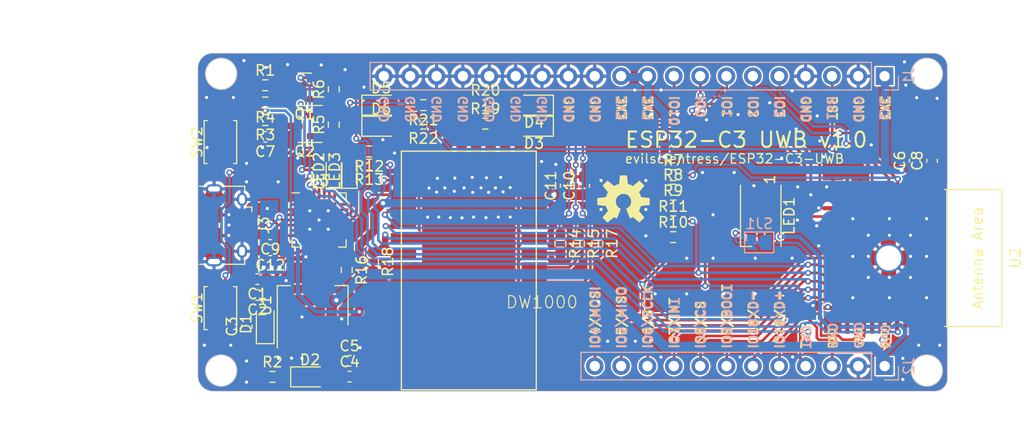
<source format=kicad_pcb>
(kicad_pcb (version 20211014) (generator pcbnew)
  (layers (0 "F.Cu" signal) (31 "B.Cu" signal) (34 "B.Paste" user) (35 "F.Paste" user) (36 "B.SilkS" user "B.Silkscreen") (37 "F.SilkS" user "F.Silkscreen") (38 "B.Mask" user) (39 "F.Mask" user) (44 "Edge.Cuts" user))
  (net 0 "")
  (net 1 "GND")
  (net 2 "+3V3")
  (net 3 "VBUS")
  (net 4 "/VDD5V")
  (net 5 "/RESET")
  (net 6 "Net-(D2-Pad1)")
  (net 7 "Net-(D3-Pad2)")
  (net 8 "Net-(R20-Pad2)")
  (net 9 "Net-(R21-Pad2)")
  (net 10 "Net-(R22-Pad2)")
  (net 11 "/IO3")
  (net 12 "/IO2")
  (net 13 "/IO1")
  (net 14 "/IO0")
  (net 15 "/IO10")
  (net 16 "/RXD")
  (net 17 "/TXD")
  (net 18 "/IO19")
  (net 19 "/IO18")
  (net 20 "/IO9")
  (net 21 "/IO8{slash}CS")
  (net 22 "/IO7")
  (net 23 "/IO6{slash}SCLK")
  (net 24 "/IO5{slash}MISO")
  (net 25 "/IO4{slash}MOSI")
  (net 26 "/D-")
  (net 27 "/D+")
  (net 30 "Net-(LED2-Pad1)")
  (net 31 "Net-(R12-Pad2)")
  (net 32 "Net-(LED3-Pad1)")
  (net 33 "Net-(R13-Pad2)")
  (net 34 "Net-(R5-Pad1)")
  (net 35 "/DTR")
  (net 36 "Net-(R6-Pad1)")
  (net 37 "/RTS")
  (net 38 "Net-(SW2-Pad2)")
  (net 39 "Net-(U4-PadRST)")
  (net 40 "Net-(U4-PadWAKEUP)")
  (net 41 "Net-(R16-Pad1)")
  (net 42 "Net-(U4-PadEXTON)")
  (net 43 "/LEDTX")
  (net 44 "/LEDRX")
  (net 45 "/LEDSFD")
  (net 46 "/LEDRXOK")
  (net 53 "unconnected-(U2-Pad24)")
  (footprint "Resistor_SMD:R_0603_1608Metric_Pad0.98x0.95mm_HandSolder" (layer "F.Cu") (at 125.476 95.607255 90)
    (fp_text reference "R5")
    (fp_text value "1K")
  )
  (footprint "Capacitor_SMD:C_0603_1608Metric_Pad1.08x0.95mm_HandSolder" (layer "F.Cu") (at 181.4621 99.078655 90)
    (fp_text reference "C6")
    (fp_text value "100n")
  )
  (footprint "Capacitor_SMD:C_0603_1608Metric_Pad1.08x0.95mm_HandSolder" (layer "F.Cu") (at 119.3591 107.714655 180)
    (fp_text reference "C12")
    (fp_text value "4.7uF")
  )
  (footprint "LED_SMD:LED_0603_1608Metric_Pad1.05x0.95mm_HandSolder" (layer "F.Cu") (at 125.476 100.076 90)
    (fp_text reference "LED2")
    (fp_text value "BLUE")
  )
  (footprint "Capacitor_SMD:C_0603_1608Metric_Pad1.08x0.95mm_HandSolder" (layer "F.Cu") (at 119.3591 106.172 180)
    (fp_text reference "C9")
    (fp_text value "100n")
  )
  (footprint "Resistor_SMD:R_0603_1608Metric_Pad0.98x0.95mm_HandSolder" (layer "F.Cu") (at 129.2626 108.815655 -90)
    (fp_text reference "R18")
    (fp_text value "10K")
  )
  (footprint "Resistor_SMD:R_0603_1608Metric_Pad0.98x0.95mm_HandSolder" (layer "F.Cu") (at 158.185362 101.872655)
    (fp_text reference "R8")
    (fp_text value "NC")
  )
  (footprint "Package_TO_SOT_SMD:SOT-23" (layer "F.Cu") (at 122.682 95.758 180)
    (fp_text reference "Q2")
    (fp_text value "S8050")
  )
  (footprint "Resistor_SMD:R_0603_1608Metric_Pad0.98x0.95mm_HandSolder" (layer "F.Cu") (at 118.8701 93.472 180)
    (fp_text reference "R4")
    (fp_text value "10K")
  )
  (footprint "Resistor_SMD:R_0603_1608Metric_Pad0.98x0.95mm_HandSolder" (layer "F.Cu") (at 126.7251 109.619655 -90)
    (fp_text reference "R16")
    (fp_text value "1k")
  )
  (footprint "Resistor_SMD:R_0603_1608Metric_Pad0.98x0.95mm_HandSolder" (layer "F.Cu") (at 118.8701 91.810055)
    (fp_text reference "R1")
    (fp_text value "470R")
  )
  (footprint "Capacitor_SMD:C_0603_1608Metric_Pad1.08x0.95mm_HandSolder" (layer "F.Cu") (at 127 118.364)
    (fp_text reference "C5")
    (fp_text value "100n")
  )
  (footprint "LED_SMD:LED_0603_1608Metric_Pad1.05x0.95mm_HandSolder" (layer "F.Cu") (at 127 100.076 90)
    (fp_text reference "LED3")
    (fp_text value "RED")
  )
  (footprint "Resistor_SMD:R_0603_1608Metric_Pad0.98x0.95mm_HandSolder" (layer "F.Cu") (at 118.872 95.161055 180)
    (fp_text reference "R3")
    (fp_text value "10K")
  )
  (footprint "LED_SMD:LED_0805_2012Metric_Pad1.15x1.40mm_HandSolder" (layer "F.Cu") (at 130.048 93.726)
    (fp_text reference "D5")
    (fp_text value "GREEN")
  )
  (footprint "LED_SMD:LED_0805_2012Metric_Pad1.15x1.40mm_HandSolder" (layer "F.Cu") (at 130.048 95.758)
    (fp_text reference "D6")
    (fp_text value "GREEN")
  )
  (footprint "Resistor_SMD:R_0603_1608Metric_Pad0.98x0.95mm_HandSolder" (layer "F.Cu") (at 128.8841 98.189655 180)
    (fp_text reference "R12")
    (fp_text value "470R")
  )
  (footprint "ESP32 UWB:DWM1000" (layer "F.Cu") (at 141.9928 98.158955 180)
    (fp_text reference "U4" hide)
    (fp_text value "DWM1000" hide)
  )
  (footprint "Capacitor_SMD:C_0603_1608Metric_Pad1.08x0.95mm_HandSolder" (layer "F.Cu") (at 118.11 112.014 180)
    (fp_text reference "C2")
    (fp_text value "100n")
  )
  (footprint "Button_Switch_SMD:SW_Push_SPST_NO_Alps_SKRK" (layer "F.Cu") (at 114.554 97.282 90)
    (fp_text reference "SW2")
    (fp_text value "BUTTON")
  )
  (footprint "Capacitor_SMD:C_0603_1608Metric_Pad1.08x0.95mm_HandSolder" (layer "F.Cu") (at 127 119.888)
    (fp_text reference "C4")
    (fp_text value "10u")
  )
  (footprint "LED_SMD:LED_0805_2012Metric_Pad1.15x1.40mm_HandSolder" (layer "F.Cu") (at 123.19 119.912655)
    (fp_text reference "D2")
    (fp_text value "GREEN")
  )
  (footprint "Capacitor_SMD:C_0603_1608Metric_Pad1.08x0.95mm_HandSolder" (layer "F.Cu") (at 118.11 110.49 180)
    (fp_text reference "C1")
    (fp_text value "10u")
  )
  (footprint "Button_Switch_SMD:SW_Push_SPST_NO_Alps_SKRK" (layer "F.Cu") (at 114.554 113.284 90)
    (fp_text reference "SW1")
    (fp_text value "BUTTON")
  )
  (footprint "Capacitor_SMD:C_0603_1608Metric_Pad1.08x0.95mm_HandSolder" (layer "F.Cu") (at 117.094 115.062 90)
    (fp_text reference "C3")
    (fp_text value "10uF/16V")
  )
  (footprint "Package_DFN_QFN:QFN-28-1EP_5x5mm_P0.5mm_EP3.35x3.35mm" (layer "F.Cu") (at 124.0581 104.793655)
    (fp_text reference "U3")
    (fp_text value "SILICON_LABS_CP2102N-A01-GQFN28SILICON_LABS_CP2102N-A01-GQFN28_0_3")
  )
  (footprint "Capacitor_SMD:C_0603_1608Metric_Pad1.08x0.95mm_HandSolder" (layer "F.Cu") (at 147.828 101.491655 90)
    (fp_text reference "C11")
    (fp_text value "100n")
  )
  (footprint "Resistor_SMD:R_0603_1608Metric_Pad0.98x0.95mm_HandSolder" (layer "F.Cu") (at 119.5611 119.912655)
    (fp_text reference "R2")
    (fp_text value "470R")
  )
  (footprint "Resistor_SMD:R_0603_1608Metric_Pad0.98x0.95mm_HandSolder" (layer "F.Cu") (at 147.32 107.087255 -90)
    (fp_text reference "R14")
    (fp_text value "1K")
  )
  (footprint "Diode_SMD:D_SOD-323_HandSoldering" (layer "F.Cu") (at 118.872 114.808 90)
    (fp_text reference "D1")
    (fp_text value "B5819WS")
  )
  (footprint "Capacitor_SMD:C_0603_1608Metric_Pad1.08x0.95mm_HandSolder" (layer "F.Cu") (at 149.606 101.491655 90)
    (fp_text reference "C10")
    (fp_text value "10u")
  )
  (footprint "Package_TO_SOT_SMD:SOT-223-3_TabPin2" (layer "F.Cu") (at 123.444 113.03 90)
    (fp_text reference "U1")
    (fp_text value "AMS1117-3.3")
  )
  (footprint "Resistor_SMD:R_0603_1608Metric_Pad0.98x0.95mm_HandSolder" (layer "F.Cu") (at 158.185362 104.920655)
    (fp_text reference "R11")
    (fp_text value "NC")
  )
  (footprint "Resistor_SMD:R_0603_1608Metric_Pad0.98x0.95mm_HandSolder" (layer "F.Cu") (at 158.185362 106.444655)
    (fp_text reference "R10")
    (fp_text value "10k")
  )
  (footprint "Capacitor_SMD:C_0603_1608Metric_Pad1.08x0.95mm_HandSolder" (layer "F.Cu") (at 183.134 99.078655 90)
    (fp_text reference "C8")
    (fp_text value "10u")
  )
  (footprint "Resistor_SMD:R_0603_1608Metric_Pad0.98x0.95mm_HandSolder" (layer "F.Cu") (at 140.081759 95.504)
    (fp_text reference "R19")
    (fp_text value "470R")
  )
  (footprint "Capacitor_SMD:C_0603_1608Metric_Pad1.08x0.95mm_HandSolder" (layer "F.Cu") (at 118.872 96.774 180)
    (fp_text reference "C7")
    (fp_text value "100n")
  )
  (footprint "LED_SMD:LED_0805_2012Metric_Pad1.15x1.40mm_HandSolder" (layer "F.Cu") (at 144.78 93.726 180)
    (fp_text reference "D4")
    (fp_text value "GREEN")
  )
  (footprint "Resistor_SMD:R_0603_1608Metric_Pad0.98x0.95mm_HandSolder" (layer "F.Cu") (at 134.1049 95.504 180)
    (fp_text reference "R22")
    (fp_text value "470R")
  )
  (footprint "ESP32 UWB:OSHW-LOGO-M" (layer "F.Cu") (at 153.3951 103.015655)
    (fp_text reference "U$1" hide)
    (fp_text value "" hide)
  )
  (footprint "Resistor_SMD:R_0603_1608Metric_Pad0.98x0.95mm_HandSolder" (layer "F.Cu") (at 158.185362 100.475655)
    (fp_text reference "R7")
    (fp_text value "NC")
  )
  (footprint "Resistor_SMD:R_0603_1608Metric_Pad0.98x0.95mm_HandSolder" (layer "F.Cu") (at 128.8841 99.459655 180)
    (fp_text reference "R13")
    (fp_text value "470R")
  )
  (footprint "Espressif:ESP32-C3-MINI-1_Hand-Soldering" (layer "F.Cu") (at 178.96 108.458 -90)
    (fp_text reference "U2")
    (fp_text value "ESP32-C3-MINI-1-N4")
  )
  (footprint "Resistor_SMD:R_0603_1608Metric_Pad0.98x0.95mm_HandSolder" (layer "F.Cu") (at 150.876 107.073855 -90)
    (fp_text reference "R17")
    (fp_text value "1K")
  )
  (footprint "LED_SMD:LED_0805_2012Metric_Pad1.15x1.40mm_HandSolder" (layer "F.Cu") (at 144.78 95.758 180)
    (fp_text reference "D3")
    (fp_text value "GREEN")
  )
  (footprint "LED_SMD:LED_SK6812MINI_PLCC4_3.5x3.5mm_P1.75mm" (layer "F.Cu") (at 166.624 104.394 -90)
    (fp_text reference "LED1")
    (fp_text value "SK6812_3535")
  )
  (footprint "Resistor_SMD:R_0603_1608Metric_Pad0.98x0.95mm_HandSolder" (layer "F.Cu") (at 158.185362 103.396655)
    (fp_text reference "R9")
    (fp_text value "10k")
  )
  (footprint "Resistor_SMD:R_0603_1608Metric_Pad0.98x0.95mm_HandSolder" (layer "F.Cu") (at 134.112 93.726 180)
    (fp_text reference "R21")
    (fp_text value "470R")
  )
  (footprint "Resistor_SMD:R_0603_1608Metric_Pad0.98x0.95mm_HandSolder" (layer "F.Cu") (at 125.476 92.195955 90)
    (fp_text reference "R6")
    (fp_text value "1K")
  )
  (footprint "Connector_USB:USB_Micro-B_Amphenol_10118194_Horizontal" (layer "F.Cu") (at 115.239 105.301655 -90)
    (fp_text reference "J3")
    (fp_text value "10118194-0001LF")
  )
  (footprint "Resistor_SMD:R_0603_1608Metric_Pad0.98x0.95mm_HandSolder" (layer "F.Cu") (at 140.09255 93.726)
    (fp_text reference "R20")
    (fp_text value "470R")
  )
  (footprint "Package_TO_SOT_SMD:SOT-23" (layer "F.Cu") (at 122.682 92.196855 180)
    (fp_text reference "Q1")
    (fp_text value "S8050")
  )
  (footprint "Resistor_SMD:R_0603_1608Metric_Pad0.98x0.95mm_HandSolder" (layer "F.Cu") (at 149.098 107.073855 -90)
    (fp_text reference "R15")
    (fp_text value "1K")
  )
  (footprint "Connector_PinHeader_2.54mm:PinHeader_1x20_P2.54mm_Vertical" (layer "B.Cu") (at 178.562 90.932 90)
    (fp_text reference "J1")
    (fp_text value "HEADER-20P-2.54")
  )
  (footprint "Connector_PinHeader_2.54mm:PinHeader_1x12_P2.54mm_Vertical" (layer "B.Cu") (at 178.567 118.872 90)
    (fp_text reference "J2")
    (fp_text value "HEADER-12P-2.54")
  )
  (footprint "Jumper:SolderJumper-2_P1.3mm_Open_TrianglePad1.0x1.5mm" (layer "B.Cu") (at 166.4761 106.952655 180)
    (fp_text reference "SJ1")
    (fp_text value "SJS")
  )
  (gr_line (start 183.289384 88.703655) (end 113.948962 88.703655) (layer "Edge.Cuts") (width 0.05))
  (gr_arc (start 183.289384 88.703655) (mid 184.235999 89.095756) (end 184.6281 90.042371) (layer "Edge.Cuts") (width 0.05))
  (gr_line (start 113.978356 121.303655) (end 183.406771 121.303655) (layer "Edge.Cuts") (width 0.05))
  (gr_arc (start 113.978356 121.303655) (mid 112.896581 120.960779) (end 112.3741 119.953399) (layer "Edge.Cuts") (width 0.05))
  (gr_circle (center 182.6281 119.303655) (end 184.1281 119.303655) (layer "Edge.Cuts") (width 0.1) (fill none))
  (gr_circle (center 182.6281 90.703655) (end 184.1281 90.703655) (layer "Edge.Cuts") (width 0.1) (fill none))
  (gr_line (start 184.6281 120.082327) (end 184.6281 90.042371) (layer "Edge.Cuts") (width 0.05))
  (gr_arc (start 112.374099 90.024518) (mid 112.887971 89.037922) (end 113.948962 88.703655) (layer "Edge.Cuts") (width 0.05))
  (gr_arc (start 184.628099 120.082327) (mid 184.27038 120.945936) (end 183.406771 121.303655) (layer "Edge.Cuts") (width 0.05))
  (gr_circle (center 114.6281 90.703655) (end 116.1281 90.703655) (layer "Edge.Cuts") (width 0.1) (fill none))
  (gr_circle (center 114.6281 119.303655) (end 116.1281 119.303655) (layer "Edge.Cuts") (width 0.1) (fill none))
  (gr_line (start 112.3741 90.024518) (end 112.3741 119.953399) (layer "Edge.Cuts") (width 0.05))
  (gr_text "IO4/MOSI" (at 150.6581 117.278655 -90) (layer "B.SilkS") (effects (font (size 0.83312 0.83312) (thickness 0.18288)) (justify left mirror)))
  (gr_text "TXD" (at 170.9781 117.278655 -90) (layer "B.SilkS") (effects (font (size 0.83312 0.83312) (thickness 0.18288)) (justify left mirror)))
  (gr_text "IO6/SCLK" (at 155.7381 117.278655 -90) (layer "B.SilkS") (effects (font (size 0.83312 0.83312) (thickness 0.18288)) (justify left mirror)))
  (gr_text "IO19/D+" (at 168.4381 117.278655 -90) (layer "B.SilkS") (effects (font (size 0.83312 0.83312) (thickness 0.18288)) (justify left mirror)))
  (gr_text "IO7/INT" (at 158.2781 117.278655 -90) (layer "B.SilkS") (effects (font (size 0.83312 0.83312) (thickness 0.18288)) (justify left mirror)))
  (gr_text "IO1" (at 163.3581 92.728655 -270) (layer "B.SilkS") (effects (font (size 0.83312 0.83312) (thickness 0.18288)) (justify left mirror)))
  (gr_text "GND" (at 176.0581 92.728655 -270) (layer "B.SilkS") (effects (font (size 0.83312 0.83312) (thickness 0.18288)) (justify left mirror)))
  (gr_text "IO3" (at 168.4381 92.728655 -270) (layer "B.SilkS") (effects (font (size 0.83312 0.83312) (thickness 0.18288)) (justify left mirror)))
  (gr_text "IO10" (at 158.2781 92.728655 -270) (layer "B.SilkS") (effects (font (size 0.83312 0.83312) (thickness 0.18288)) (justify left mirror)))
  (gr_text "GND" (at 137.9581 92.728655 -270) (layer "B.SilkS") (effects (font (size 0.83312 0.83312) (thickness 0.18288)) (justify left mirror)))
  (gr_text "3V3" (at 155.7381 92.728655 -270) (layer "B.SilkS") (effects (font (size 0.83312 0.83312) (thickness 0.18288)) (justify left mirror)))
  (gr_text "GND" (at 143.0381 92.728655 -270) (layer "B.SilkS") (effects (font (size 0.83312 0.83312) (thickness 0.18288)) (justify left mirror)))
  (gr_text "RST" (at 173.5181 92.728655 -270) (layer "B.SilkS") (effects (font (size 0.83312 0.83312) (thickness 0.18288)) (justify left mirror)))
  (gr_text "GND" (at 132.8781 92.728655 -270) (layer "B.SilkS") (effects (font (size 0.83312 0.83312) (thickness 0.18288)) (justify left mirror)))
  (gr_text "RXD" (at 173.5181 117.278655 -90) (layer "B.SilkS") (effects (font (size 0.83312 0.83312) (thickness 0.18288)) (justify left mirror)))
  (gr_text "GND" (at 130.3381 92.728655 -270) (layer "B.SilkS") (effects (font (size 0.83312 0.83312) (thickness 0.18288)) (justify left mirror)))
  (gr_text "GND" (at 148.1181 92.728655 -270) (layer "B.SilkS") (effects (font (size 0.83312 0.83312) (thickness 0.18288)) (justify left mirror)))
  (gr_text "5V0" (at 178.5981 117.278655 -90) (layer "B.SilkS") (effects (font (size 0.83312 0.83312) (thickness 0.18288)) (justify left mirror)))
  (gr_text "GND" (at 170.9781 92.728655 -270) (layer "B.SilkS") (effects (font (size 0.83312 0.83312) (thickness 0.18288)) (justify left mirror)))
  (gr_text "IO8/CS" (at 160.8181 117.278655 -90) (layer "B.SilkS") (effects (font (size 0.83312 0.83312) (thickness 0.18288)) (justify left mirror)))
  (gr_text "3V3" (at 178.5981 92.728655 -270) (layer "B.SilkS") (effects (font (size 0.83312 0.83312) (thickness 0.18288)) (justify left mirror)))
  (gr_text "GND" (at 150.6581 92.728655 -270) (layer "B.SilkS") (effects (font (size 0.83312 0.83312) (thickness 0.18288)) (justify left mirror)))
  (gr_text "IO9/BOOT" (at 163.3581 117.278655 -90) (layer "B.SilkS") (effects (font (size 0.83312 0.83312) (thickness 0.18288)) (justify left mirror)))
  (gr_text "IO0" (at 160.8181 92.728655 -270) (layer "B.SilkS") (effects (font (size 0.83312 0.83312) (thickness 0.18288)) (justify left mirror)))
  (gr_text "IO18/D-" (at 165.8981 117.278655 -90) (layer "B.SilkS") (effects (font (size 0.83312 0.83312) (thickness 0.18288)) (justify left mirror)))
  (gr_text "IO2" (at 165.8981 92.728655 -270) (layer "B.SilkS") (effects (font (size 0.83312 0.83312) (thickness 0.18288)) (justify left mirror)))
  (gr_text "GND" (at 145.5781 92.728655 -270) (layer "B.SilkS") (effects (font (size 0.83312 0.83312) (thickness 0.18288)) (justify left mirror)))
  (gr_text "GND" (at 135.4181 92.728655 -270) (layer "B.SilkS") (effects (font (size 0.83312 0.83312) (thickness 0.18288)) (justify left mirror)))
  (gr_text "GND" (at 140.4981 92.728655 -270) (layer "B.SilkS") (effects (font (size 0.83312 0.83312) (thickness 0.18288)) (justify left mirror)))
  (gr_text "3V3" (at 153.1981 92.728655 -270) (layer "B.SilkS") (effects (font (size 0.83312 0.83312) (thickness 0.18288)) (justify left mirror)))
  (gr_text "GND" (at 176.0581 117.278655 -90) (layer "B.SilkS") (effects (font (size 0.83312 0.83312) (thickness 0.18288)) (justify left mirror)))
  (gr_text "IO5/MISO" (at 153.1981 117.278655 -90) (layer "B.SilkS") (effects (font (size 0.83312 0.83312) (thickness 0.18288)) (justify left mirror)))
  (gr_text "RXD" (at 173.5181 117.278655 90) (layer "F.SilkS") (effects (font (size 0.666496 0.666496) (thickness 0.146304)) (justify left)))
  (gr_text "ESP32-C3 UWB v1.0" (at 153.4344 97.933155) (layer "F.SilkS") (effects (font (size 1.475232 1.475232) (thickness 0.201168)) (justify left bottom)))
  (gr_text "GND" (at 176.0581 92.728655 270) (layer "F.SilkS") (effects (font (size 0.83312 0.83312) (thickness 0.18288)) (justify left)))
  (gr_text "IO19/D+" (at 168.4381 117.278655 90) (layer "F.SilkS") (effects (font (size 0.83312 0.83312) (thickness 0.18288)) (justify left)))
  (gr_text "IO6/SCLK" (at 155.7381 117.278655 90) (layer "F.SilkS") (effects (font (size 0.83312 0.83312) (thickness 0.18288)) (justify left)))
  (gr_text "GND" (at 176.0581 117.278655 90) (layer "F.SilkS") (effects (font (size 0.666496 0.666496) (thickness 0.146304)) (justify left)))
  (gr_text "RST" (at 173.5181 92.728655 270) (layer "F.SilkS") (effects (font (size 0.83312 0.83312) (thickness 0.18288)) (justify left)))
  (gr_text "IO9/BOOT" (at 163.3581 117.278655 90) (layer "F.SilkS") (effects (font (size 0.83312 0.83312) (thickness 0.18288)) (justify left)))
  (gr_text "3V3" (at 153.1981 92.728655 270) (layer "F.SilkS") (effects (font (size 0.83312 0.83312) (thickness 0.18288)) (justify left)))
  (gr_text "evilscientress/ESP32-C3-UWB" (at 153.457996 99.412262) (layer "F.SilkS") (effects (font (size 0.89408 0.89408) (thickness 0.12192)) (justify left bottom)))
  (gr_text "IO0" (at 160.8181 92.728655 270) (layer "F.SilkS") (effects (font (size 0.83312 0.83312) (thickness 0.18288)) (justify left)))
  (gr_text "IO2" (at 165.8981 92.728655 270) (layer "F.SilkS") (effects (font (size 0.83312 0.83312) (thickness 0.18288)) (justify left)))
  (gr_text "IO4/MOSI" (at 150.6581 117.278655 90) (layer "F.SilkS") (effects (font (size 0.83312 0.83312) (thickness 0.18288)) (justify left)))
  (gr_text "IO1" (at 163.3581 92.728655 270) (layer "F.SilkS") (effects (font (size 0.83312 0.83312) (thickness 0.18288)) (justify left)))
  (gr_text "GND" (at 170.9781 92.728655 270) (layer "F.SilkS") (effects (font (size 0.83312 0.83312) (thickness 0.18288)) (justify left)))
  (gr_text "IO18/D-" (at 165.8981 117.278655 90) (layer "F.SilkS") (effects (font (size 0.83312 0.83312) (thickness 0.18288)) (justify left)))
  (gr_text "IO7/INT" (at 158.2781 117.278655 90) (layer "F.SilkS") (effects (font (size 0.83312 0.83312) (thickness 0.18288)) (justify left)))
  (gr_text "TXD" (at 170.9781 117.278655 90) (layer "F.SilkS") (effects (font (size 0.83312 0.83312) (thickness 0.18288)) (justify left)))
  (gr_text "GND" (at 150.6581 92.728655 270) (layer "F.SilkS") (effects (font (size 0.83312 0.83312) (thickness 0.18288)) (justify left)))
  (gr_text "3V3" (at 155.7381 92.728655 270) (layer "F.SilkS") (effects (font (size 0.83312 0.83312) (thickness 0.18288)) (justify left)))
  (gr_text "IO8/CS" (at 160.8181 117.278655 90) (layer "F.SilkS") (effects (font (size 0.83312 0.83312) (thickness 0.18288)) (justify left)))
  (gr_text "IO3" (at 168.4381 92.728655 270) (layer "F.SilkS") (effects (font (size 0.83312 0.83312) (thickness 0.18288)) (justify left)))
  (gr_text "GND" (at 148.1181 92.728655 270) (layer "F.SilkS") (effects (font (size 0.83312 0.83312) (thickness 0.18288)) (justify left)))
  (gr_text "5V0" (at 178.5981 117.278655 90) (layer "F.SilkS") (effects (font (size 0.666496 0.666496) (thickness 0.146304)) (justify left)))
  (gr_text "IO5/MISO" (at 153.1981 117.278655 90) (layer "F.SilkS") (effects (font (size 0.83312 0.83312) (thickness 0.18288)) (justify left)))
  (gr_text "IO10" (at 158.2781 92.728655 270) (layer "F.SilkS") (effects (font (size 0.83312 0.83312) (thickness 0.18288)) (justify left)))
  (gr_text "3V3" (at 178.5981 92.728655 270) (layer "F.SilkS") (effects (font (size 0.83312 0.83312) (thickness 0.18288)) (justify left)))
  (segment (start 135.7675 109.365655) (end 132.1995 109.365655) (width 0.8128) (layer "F.Cu") (net 1))
  (segment (start 125.0581 103.904655) (end 124.9471 103.904655) (width 0.2) (layer "F.Cu") (net 1))
  (segment (start 143.0573 101.313855) (end 143.1335 101.390055) (width 0.8128) (layer "F.Cu") (net 1))
  (segment (start 143.0573 100.983655) (end 143.0573 101.313855) (width 0.8128) (layer "F.Cu") (net 1))
  (segment (start 144.7928 100.958955) (end 135.0824 100.958955) (width 0.6096) (layer "F.Cu") (net 1))
  (segment (start 135.3992 106.558955) (end 136.2501 107.409855) (width 0.8128) (layer "F.Cu") (net 1))
  (segment (start 134.4213 109.822855) (end 132.8719 109.822855) (width 0.8128) (layer "F.Cu") (net 1))
  (segment (start 133.5831 99.459655) (end 133.5831 98.168655) (width 0.6096) (layer "F.Cu") (net 1))
  (segment (start 132.1928 106.558955) (end 135.3992 106.558955) (width 0.8128) (layer "F.Cu") (net 1))
  (segment (start 123.0581 102.517655) (end 123.0581 103.904655) (width 0.2) (layer "F.Cu") (net 1))
  (segment (start 142.479606 101.561349) (end 143.0573 100.983655) (width 0.254) (layer "F.Cu") (net 1))
  (segment (start 132.1928 109.358955) (end 132.1928 110.758955) (width 0.4064) (layer "F.Cu") (net 1))
  (segment (start 121.7821 104.293655) (end 121.7741 104.285655) (width 0.254) (layer "F.Cu") (net 1))
  (segment (start 135.0824 100.958955) (end 133.5831 99.459655) (width 0.6096) (layer "F.Cu") (net 1))
  (segment (start 133.5831 98.168655) (end 133.5928 98.158955) (width 0.6096) (layer "F.Cu") (net 1))
  (segment (start 134.4213 110.432455) (end 134.4213 109.822855) (width 0.8128) (layer "F.Cu") (net 1))
  (segment (start 136.2501 107.409855) (end 136.2501 108.883055) (width 0.8128) (layer "F.Cu") (net 1))
  (segment (start 125.0581 102.517655) (end 125.0581 103.904655) (width 0.2) (layer "F.Cu") (net 1))
  (segment (start 133.2275 109.264055) (end 134.2435 109.264055) (width 0.8128) (layer "F.Cu") (net 1))
  (segment (start 134.4975 100.069255) (end 142.7017 100.069255) (width 0.8128) (layer "F.Cu") (net 1))
  (segment (start 136.2501 108.883055) (end 135.7675 109.365655) (width 0.8128) (layer "F.Cu") (net 1))
  (segment (start 132.1995 109.365655) (end 132.1928 109.358955) (width 0.8128) (layer "F.Cu") (net 1))
  (segment (start 134.3959 110.457855) (end 134.4213 110.432455) (width 0.8128) (layer "F.Cu") (net 1))
  (segment (start 142.7017 100.069255) (end 143.0573 100.424855) (width 0.8128) (layer "F.Cu") (net 1))
  (segment (start 143.0573 100.424855) (end 143.0573 100.983655) (width 0.8128) (layer "F.Cu") (net 1))
  (segment (start 132.8719 109.619655) (end 133.2275 109.264055) (width 0.8128) (layer "F.Cu") (net 1))
  (segment (start 123.0581 103.904655) (end 123.1691 103.904655) (width 0.2) (layer "F.Cu") (net 1))
  (segment (start 121.7741 104.285655) (end 120.8831 104.285655) (width 0.254) (layer "F.Cu") (net 1))
  (segment (start 142.479606 101.670655) (end 142.479606 101.561349) (width 0.254) (layer "F.Cu") (net 1))
  (segment (start 133.2275 110.457855) (end 134.3959 110.457855) (width 0.8128) (layer "F.Cu") (net 1))
  (segment (start 132.8719 109.822855) (end 132.8719 109.619655) (width 0.8128) (layer "F.Cu") (net 1))
  (via (at 136.180406 101.696055) (size 0.6) (drill 0.3) (layers "F.Cu" "B.Cu") (net 1))
  (via (at 176.9917 106.266855) (size 0.6) (drill 0.3) (layers "F.Cu" "B.Cu") (net 1))
  (via (at 177.2711 97.554655) (size 0.6048) (drill 0.3048) (layers "F.Cu" "B.Cu") (net 1))
  (via (at 172.3181 97.173655) (size 0.6048) (drill 0.3048) (layers "F.Cu" "B.Cu") (net 1))
  (via (at 155.5541 100.983655) (size 0.6048) (drill 0.3048) (layers "F.Cu" "B.Cu") (net 1))
  (via (at 135.469206 100.781655) (size 0.6) (drill 0.3) (layers "F.Cu" "B.Cu") (net 1))
  (via (at 161.3961 95.141655) (size 0.6048) (drill 0.3048) (layers "F.Cu" "B.Cu") (net 1))
  (via (at 182.6051 112.286655) (size 0.6048) (drill 0.3048) (layers "F.Cu" "B.Cu") (net 1))
  (via (at 115.5491 116.858655) (size 0.6048) (drill 0.3048) (layers "F.Cu" "B.Cu") (net 1))
  (via (at 159.4911 111.905655) (size 0.6048) (drill 0.3048) (layers "F.Cu" "B.Cu") (net 1))
  (via (at 154.4783 92.268359) (size 0.6048) (drill 0.3048) (layers "F.Cu" "B.Cu") (net 1))
  (via (at 141.793806 102.077055) (size 0.6) (drill 0.3) (layers "F.Cu" "B.Cu") (net 1))
  (via (at 158.5931 96.792655) (size 0.6048) (drill 0.3048) (layers "F.Cu" "B.Cu") (net 1))
  (via (at 123.1691 103.904655) (size 0.6048) (drill 0.3048) (layers "F.Cu" "B.Cu") (net 1))
  (via (at 117.0731 118.382655) (size 0.6048) (drill 0.3048) (layers "F.Cu" "B.Cu") (net 1))
  (via (at 172.017717 105.350283) (size 0.6048) (drill 0.3048) (layers "F.Cu" "B.Cu") (net 1))
  (via (at 181.0557 108.298855) (size 0.6) (drill 0.3) (layers "F.Cu" "B.Cu") (net 1))
  (via (at 169.7019 118.001655) (size 0.6048) (drill 0.3048) (layers "F.Cu" "B.Cu") (net 1))
  (via (at 120.8831 110.635655) (size 0.6048) (drill 0.3048) (layers "F.Cu" "B.Cu") (net 1))
  (via (at 115.3806 105.280955) (size 0.6) (drill 0.3) (layers "F.Cu" "B.Cu") (net 1))
  (via (at 138.872806 102.127855) (size 0.6) (drill 0.3) (layers "F.Cu" "B.Cu") (net 1))
  (via (at 124.2738 89.850455) (size 0.6048) (drill 0.3048) (layers "F.Cu" "B.Cu") (net 1))
  (via (at 136.713806 104.566255) (size 0.6) (drill 0.3) (layers "F.Cu" "B.Cu") (net 1))
  (via (at 157.0183 92.268359) (size 0.6048) (drill 0.3048) (layers "F.Cu" "B.Cu") (net 1))
  (via (at 120.142 118.11) (size 0.6048) (drill 0.3048) (layers "F.Cu" "B.Cu") (net 1))
  (via (at 141.565206 100.680055) (size 0.6) (drill 0.3) (layers "F.Cu" "B.Cu") (net 1))
  (via (at 180.3191 118.128655) (size 0.6048) (drill 0.3048) (layers "F.Cu" "B.Cu") (net 1))
  (via (at 141.336606 104.515455) (size 0.6) (drill 0.3) (layers "F.Cu" "B.Cu") (net 1))
  (via (at 117.0731 101.110655) (size 0.6048) (drill 0.3048) (layers "F.Cu" "B.Cu") (net 1))
  (via (at 117.0731 120.414655) (size 0.6048) (drill 0.3048) (layers "F.Cu" "B.Cu") (net 1))
  (via (at 131.329006 98.343255) (size 0.6048) (drill 0.3048) (layers "F.Cu" "B.Cu") (net 1))
  (via (at 156.0531 94.630559) (size 0.6048) (drill 0.3048) (layers "F.Cu" "B.Cu") (net 1))
  (via (at 178.3379 116.325255) (size 0.6048) (drill 0.3048) (layers "F.Cu" "B.Cu") (net 1))
  (via (at 138.949006 104.515455) (size 0.6) (drill 0.3) (layers "F.Cu" "B.Cu") (net 1))
  (via (at 118.9255 90.084255) (size 0.6048) (drill 0.3048) (layers "F.Cu" "B.Cu") (net 1))
  (via (at 142.479606 104.515455) (size 0.6) (drill 0.3) (layers "F.Cu" "B.Cu") (net 1))
  (via (at 126.238 114.319855) (size 0.6048) (drill 0.3048) (layers "F.Cu" "B.Cu") (net 1))
  (via (at 115.3648 106.278555) (size 0.6) (drill 0.3) (layers "F.Cu" "B.Cu") (net 1))
  (via (at 137.094806 102.026255) (size 0.6) (drill 0.3) (layers "F.Cu" "B.Cu") (net 1))
  (via (at 115.8031 92.982655) (size 0.6048) (drill 0.3048) (layers "F.Cu" "B.Cu") (net 1))
  (via (at 113.218806 92.983855) (size 0.6048) (drill 0.3048) (layers "F.Cu" "B.Cu") (net 1))
  (via (at 164.0631 100.221655) (size 0.6048) (drill 0.3048) (layers "F.Cu" "B.Cu") (net 1))
  (via (at 137.145606 100.756255) (size 0.6) (drill 0.3) (layers "F.Cu" "B.Cu") (net 1))
  (via (at 179.0237 106.266855) (size 0.6) (drill 0.3) (layers "F.Cu" "B.Cu") (net 1))
  (via (at 151.2361 100.983655) (size 0.6048) (drill 0.3048) (layers "F.Cu" "B.Cu") (net 1))
  (via (at 157.0019 118.001655) (size 0.6048) (drill 0.3048) (layers "F.Cu" "B.Cu") (net 1))
  (via (at 113.2631 97.808655) (size 0.6048) (drill 0.3048) (layers "F.Cu" "B.Cu") (net 1))
  (via (at 124.0581 104.793655) (size 0.6048) (drill 0.3048) (layers "F.Cu" "B.Cu") (net 1))
  (via (at 117.0731 99.332655) (size 0.6048) (drill 0.3048) (layers "F.Cu" "B.Cu") (net 1))
  (via (at 170.18 101.6) (size 0.6048) (drill 0.3048) (layers "F.Cu" "B.Cu") (net 1))
  (via (at 134.656406 101.721455) (size 0.6) (drill 0.3) (layers "F.Cu" "B.Cu") (net 1))
  (via (at 128.383506 91.988559) (size 0.6048) (drill 0.3048) (layers "F.Cu" "B.Cu") (net 1))
  (via (at 137.831406 104.591655) (size 0.6) (drill 0.3) (layers "F.Cu" "B.Cu") (net 1))
  (via (at 179.0237 104.666655) (size 0.6048) (drill 0.3048) (layers "F.Cu" "B.Cu") (net 1))
  (via (at 183.8751 116.858655) (size 0.6048) (drill 0.3048) (layers "F.Cu" "B.Cu") (net 1))
  (via (at 170.1591 104.793655) (size 0.6048) (drill 0.3048) (layers "F.Cu" "B.Cu") (net 1))
  (via (at 172.0641 94.760655) (size 0.6048) (drill 0.3048) (layers "F.Cu" "B.Cu") (net 1))
  (via (at 135.596206 104.515455) (size 0.6) (drill 0.3) (layers "F.Cu" "B.Cu") (net 1))
  (via (at 120.1211 101.110655) (size 0.6048) (drill 0.3048) (layers "F.Cu" "B.Cu") (net 1))
  (via (at 166.0951 108.476655) (size 0.6048) (drill 0.3048) (layers "F.Cu" "B.Cu") (net 1))
  (via (at 124.9471 105.682655) (size 0.6048) (drill 0.3048) (layers "F.Cu" "B.Cu") (net 1))
  (via (at 155.5541 103.777655) (size 0.6048) (drill 0.3048) (layers "F.Cu" "B.Cu") (net 1))
  (via (at 175.4931 104.666655) (size 0.6048) (drill 0.3048) (layers "F.Cu" "B.Cu") (net 1))
  (via (at 151.2361 103.777655) (size 0.6048) (drill 0.3048) (layers "F.Cu" "B.Cu") (net 1))
  (via (at 140.142806 104.566255) (size 0.6) (drill 0.3) (layers "F.Cu" "B.Cu") (net 1))
  (via (at 172.212 107.280155) (size 0.6048) (drill 0.3048) (layers "F.Cu" "B.Cu") (net 1))
  (via (at 126.5672 90.301655) (size 0.6048) (drill 0.3048) (layers "F.Cu" "B.Cu") (net 1))
  (via (at 124.3121 98.824655) (size 0.6048) (drill 0.3048) (layers "F.Cu" "B.Cu") (net 1))
  (via (at 140.396806 102.127855) (size 0.6) (drill 0.3) (layers "F.Cu" "B.Cu") (net 1))
  (via (at 179.0237 110.330855) (size 0.6) (drill 0.3) (layers "F.Cu" "B.Cu") (net 1))
  (via (at 121.9981 98.824655) (size 0.6) (drill 0.3) (layers "F.Cu" "B.Cu") (net 1))
  (via (at 183.6157 93.069355) (size 0.6048) (drill 0.3048) (layers "F.Cu" "B.Cu") (net 1))
  (via (at 167.4921 93.490655) (size 0.6048) (drill 0.3048) (layers "F.Cu" "B.Cu") (net 1))
  (via (at 116.8191 89.426655) (size 0.6048) (drill 0.3048) (layers "F.Cu" "B.Cu") (net 1))
  (via (at 115.3771 104.282055) (size 0.6) (drill 0.3) (layers "F.Cu" "B.Cu") (net 1))
  (via (at 118.5971 97.808655) (size 0.6048) (drill 0.3048) (layers "F.Cu" "B.Cu") (net 1))
  (via (at 176.9917 108.298855) (size 0.6) (drill 0.3) (layers "F.Cu" "B.Cu") (net 1))
  (via (at 181.0557 110.330855) (size 0.6) (drill 0.3) (layers "F.Cu" "B.Cu") (net 1))
  (via (at 134.529406 104.515455) (size 0.6) (drill 0.3) (layers "F.Cu" "B.Cu") (net 1))
  (via (at 168.6351 98.824655) (size 0.6048) (drill 0.3048) (layers "F.Cu" "B.Cu") (net 1))
  (via (at 181.8431 116.858655) (size 0.6048) (drill 0.3048) (layers "F.Cu" "B.Cu") (net 1))
  (via (at 122.413606 114.142055) (size 0.6048) (drill 0.3048) (layers "F.Cu" "B.Cu") (net 1))
  (via (at 166.0951 111.905655) (size 0.6048) (drill 0.3048) (layers "F.Cu" "B.Cu") (net 1))
  (via (at 181.6534 93.003855) (size 0.6048) (drill 0.3048) (layers "F.Cu" "B.Cu") (net 1))
  (via (at 175.4931 112.286655) (size 0.6048) (drill 0.3048) (layers "F.Cu" "B.Cu") (net 1))
  (via (at 162.0311 104.285655) (size 0.6048) (drill 0.3048) (layers "F.Cu" "B.Cu") (net 1))
  (via (at 171.6606 113.03) (size 0.6048) (drill 0.3048) (layers "F.Cu" "B.Cu") (net 1))
  (via (at 139.660206 101.696055) (size 0.6) (drill 0.3) (layers "F.Cu" "B.Cu") (net 1))
  (via (at 121.412 118.11) (size 0.6048) (drill 0.3048) (layers "F.Cu" "B.Cu") (net 1))
  (via (at 142.479606 101.670655) (size 0.6) (drill 0.3) (layers "F.Cu" "B.Cu") (net 1))
  (via (at 169.6511 108.476655) (size 0.6048) (drill 0.3048) (layers "F.Cu" "B.Cu") (net 1))
  (via (at 150.9821 112.667655) (size 0.6048) (drill 0.3048) (layers "F.Cu" "B.Cu") (net 1))
  (via (at 158.5931 94.630559) (size 0.6048) (drill 0.3048) (layers "F.Cu" "B.Cu") (net 1))
  (via (at 135.393006 102.102455) (size 0.6) (drill 0.3) (layers "F.Cu" "B.Cu") (net 1))
  (via (at 181.0557 106.266855) (size 0.6) (drill 0.3) (layers "F.Cu" "B.Cu") (net 1))
  (via (at 180.3191 120.160655) (size 0.6048) (drill 0.3048) (layers "F.Cu" "B.Cu") (net 1))
  (via (at 182.6051 104.666655) (size 0.6048) (drill 0.3048) (layers "F.Cu" "B.Cu") (net 1))
  (via (at 175.4931 108.298855) (size 0.6048) (drill 0.3048) (layers "F.Cu" "B.Cu") (net 1))
  (via (at 122.7881 108.349655) (size 0.6048) (drill 0.3048) (layers "F.Cu" "B.Cu") (net 1))
  (via (at 128.016 117.094) (size 0.6048) (drill 0.3048) (layers "F.Cu" "B.Cu") (net 1))
  (via (at 179.0237 112.286655) (size 0.6048) (drill 0.3048) (layers "F.Cu" "B.Cu") (net 1))
  (via (at 145.502206 99.156055) (size 0.6048) (drill 0.3048) (layers "F.Cu" "B.Cu") (net 1))
  (via (at 159.4911 108.476655) (size 0.6048) (drill 0.3048) (layers "F.Cu" "B.Cu") (net 1))
  (via (at 162.0311 108.476655) (size 0.6048) (drill 0.3048) (layers "F.Cu" "B.Cu") (net 1))
  (via (at 124.9471 103.904655) (size 0.6048) (drill 0.3048) (layers "F.Cu" "B.Cu") (net 1))
  (via (at 179.0237 108.298855) (size 0.6) (drill 0.3) (layers "F.Cu" "B.Cu") (net 1))
  (via (at 130.213103 97.056959) (size 0.6048) (drill 0.3048) (layers "F.Cu" "B.Cu") (net 1))
  (via (at 141.057206 101.696055) (size 0.6) (drill 0.3) (layers "F.Cu" "B.Cu") (net 1))
  (via (at 121.0303 89.819155) (size 0.6048) (drill 0.3048) (layers "F.Cu" "B.Cu") (net 1))
  (via (at 169.6511 92.347655) (size 0.6048) (drill 0.3048) (layers "F.Cu" "B.Cu") (net 1))
  (via (at 161.0151 100.221655) (size 0.6048) (drill 0.3048) (layers "F.Cu" "B.Cu") (net 1))
  (via (at 122.4071 118.128655) (size 0.6048) (drill 0.3048) (layers "F.Cu" "B.Cu") (net 1))
  (via (at 176.9917 110.330855) (size 0.6) (drill 0.3) (layers "F.Cu" "B.Cu") (net 1))
  (via (at 138.822006 100.680055) (size 0.6) (drill 0.3) (layers "F.Cu" "B.Cu") (net 1))
  (via (at 151.8711 116.477655) (size 0.6048) (drill 0.3048) (layers "F.Cu" "B.Cu") (net 1))
  (via (at 156.4431 111.905655) (size 0.6048) (drill 0.3048) (layers "F.Cu" "B.Cu") (net 1))
  (via (at 180.4711 89.550755) (size 0.6048) (drill 0.3048) (layers "F.Cu" "B.Cu") (net 1))
  (via (at 180.605006 91.790055) (size 0.6048) (drill 0.3048) (layers "F.Cu" "B.Cu") (net 1))
  (via (at 172.974 101.6) (size 0.6048) (drill 0.3048) (layers "F.Cu" "B.Cu") (net 1))
  (via (at 155.5541 106.317655) (size 0.6048) (drill 0.3048) (layers "F.Cu" "B.Cu") (net 1))
  (via (at 170.0321 96.030655) (size 0.6048) (drill 0.3048) (layers "F.Cu" "B.Cu") (net 1))
  (via (at 146.873806 99.435455) (size 0.6048) (drill 0.3048) (layers "F.Cu" "B.Cu") (net 1))
  (via (at 123.1691 105.682655) (size 0.6048) (drill 0.3048) (layers "F.Cu" "B.Cu") (net 1))
  (via (at 164.4441 94.633655) (size 0.6048) (drill 0.3048) (layers "F.Cu" "B.Cu") (net 1))
  (via (at 172.6991 98.697655) (size 0.6048) (drill 0.3048) (layers "F.Cu" "B.Cu") (net 1))
  (via (at 154.5381 116.477655) (size 0.6048) (drill 0.3048) (layers "F.Cu" "B.Cu") (net 1))
  (via (at 163.0471 111.905655) (size 0.6048) (drill 0.3048) (layers "F.Cu" "B.Cu") (net 1))
  (via (at 165.9681 101.491655) (size 0.6048) (drill 0.3048) (layers "F.Cu" "B.Cu") (net 1))
  (via (at 138.034606 101.696055) (size 0.6) (drill 0.3) (layers "F.Cu" "B.Cu") (net 1))
  (via (at 164.6219 118.001655) (size 0.6048) (drill 0.3048) (layers "F.Cu" "B.Cu") (net 1))
  (via (at 140.193606 100.730855) (size 0.6) (drill 0.3) (layers "F.Cu" "B.Cu") (net 1))
  (via (at 182.6051 108.298855) (size 0.6048) (drill 0.3048) (layers "F.Cu" "B.Cu") (net 1))
  (via (at 113.0091 116.858655) (size 0.6048) (drill 0.3048) (layers "F.Cu" "B.Cu") (net 1))
  (via (at 156.0531 96.792655) (size 0.6048) (drill 0.3048) (layers "F.Cu" "B.Cu") (net 1))
  (segment (start 124.5581 108.341655) (end 124.5661 108.349655) (width 0.254) (layer "B.Cu") (net 1))
  (segment (start 180.2311 99.928655) (end 181.4621 99.928655) (width 0.6096) (layer "F.Cu") (net 2))
  (segment (start 128.6047 106.571655) (end 127.9443 107.232055) (width 0.8128) (layer "F.Cu") (net 2))
  (segment (start 129.3921 105.809655) (end 129.1381 106.063655) (width 0.8128) (layer "F.Cu") (net 2))
  (segment (start 146.6387 102.435155) (end 146.7149 102.358955) (width 0.254) (layer "F.Cu") (net 2))
  (segment (start 144.792799 102.358955) (end 144.846307 102.373292) (width 1.016) (layer "F.Cu") (net 2))
  (segment (start 156.2653 102.355255) (end 157.142353 102.355255) (width 0.8128) (layer "F.Cu") (net 2))
  (segment (start 120.2091 106.293655) (end 120.2091 106.317655) (width 0.254) (layer "F.Cu") (net 2))
  (segment (start 120.2091 107.714655) (end 120.8831 107.714655) (width 0.4064) (layer "F.Cu") (net 2))
  (segment (start 181.4621 101.9559) (end 181.36 102.058) (width 0.25) (layer "F.Cu") (net 2))
  (segment (start 157.335362 101.872655) (end 157.319834 102.943721) (width 0.8128) (layer "F.Cu") (net 2))
  (segment (start 181.4621 99.928655) (end 182.8591 99.928655) (width 0.6096) (layer "F.Cu") (net 2))
  (segment (start 118.8711 94.252655) (end 118.0256 94.252655) (width 0.4064) (layer "F.Cu") (net 2))
  (segment (start 157.223571 102.050455) (end 157.350571 102.118449) (width 0.8128) (layer "F.Cu") (net 2))
  (segment (start 181.36 102.058) (end 181.36 100.030755) (width 0.25) (layer "F.Cu") (net 2))
  (segment (start 157.3067 101.237655) (end 156.1637 102.380655) (width 0.8128) (layer "F.Cu") (net 2))
  (segment (start 144.7928 103.758955) (end 144.7928 105.158955) (width 0.4064) (layer "F.Cu") (net 2))
  (segment (start 129.3921 104.031655) (end 129.3921 105.809655) (width 0.8128) (layer "F.Cu") (net 2))
  (segment (start 144.899815 102.465971) (end 144.899815 105.147224) (width 1.016) (layer "F.Cu") (net 2))
  (segment (start 124.206 119.903655) (end 124.215 119.912655) (width 0.8128) (layer "F.Cu") (net 2))
  (segment (start 157.330093 101.913515) (end 157.335362 103.396655) (width 0.8128) (layer "F.Cu") (net 2))
  (segment (start 144.885478 102.412463) (end 144.899815 102.465971) (width 1.016) (layer "F.Cu") (net 2))
  (segment (start 124.206 118.364) (end 123.444 117.602) (width 0.8128) (layer "F.Cu") (net 2))
  (segment (start 180.1921 99.967655) (end 180.2311 99.928655) (width 0.6096) (layer "F.Cu") (net 2))
  (segment (start 181.4415 100.164999) (end 181.4621 100.144399) (width 0.254) (layer "F.Cu") (net 2))
  (segment (start 120.8831 107.714655) (end 121.6451 106.952655) (width 0.4064) (layer "F.Cu") (net 2))
  (segment (start 126.7251 110.469655) (end 127.9443 110.381655) (width 0.254) (layer "F.Cu") (net 2))
  (segment (start 120.2091 106.317655) (end 120.2091 107.714655) (width 0.4064) (layer "F.Cu") (net 2))
  (segment (start 126.1375 118.364) (end 126.1375 119.888) (width 0.8128) (layer "F.Cu") (net 2))
  (segment (start 157.350571 102.118449) (end 157.335362 106.444655) (width 0.8128) (layer "F.Cu") (net 2))
  (segment (start 127.9443 107.232055) (end 127.9443 110.381655) (width 0.8128) (layer "F.Cu") (net 2))
  (segment (start 144.846307 102.373292) (end 144.885478 102.412463) (width 1.016) (layer "F.Cu") (net 2))
  (segment (start 144.863746 105.123093) (end 144.863746 105.111155) (width 1.016) (layer "F.Cu") (net 2))
  (segment (start 146.7149 102.358955) (end 150.7752 102.358955) (width 1.016) (layer "F.Cu") (net 2))
  (segment (start 126.7251 110.532155) (end 126.072945 109.88) (width 0.8128) (layer "F.Cu") (net 2))
  (segment (start 129.7341 98.189655) (end 129.7341 99.459655) (width 0.254) (layer "F.Cu") (net 2))
  (segment (start 157.335362 104.920655) (end 157.330093 101.913515) (width 0.8128) (layer "F.Cu") (net 2))
  (segment (start 121.7821 106.293655) (end 121.7821 105.793655) (width 0.254) (layer "F.Cu") (net 2))
  (segment (start 150.7789 102.355255) (end 156.2653 102.355255) (width 0.8128) (layer "F.Cu") (net 2))
  (segment (start 157.3575 98.697655) (end 157.3575 96.792655) (width 0.8128) (layer "F.Cu") (net 2))
  (segment (start 157.142353 102.355255) (end 157.335362 103.396655) (width 0.8128) (layer "F.Cu") (net 2))
  (segment (start 144.887878 105.147224) (end 144.887877 105.147224) (width 1.016) (layer "F.Cu") (net 2))
  (segment (start 146.6387 102.435155) (end 147.8215 102.435155) (width 0.8128) (layer "F.Cu") (net 2))
  (segment (start 126.1375 118.364) (end 124.206 118.364) (width 0.8128) (layer "F.Cu") (net 2))
  (segment (start 118.0201 95.161055) (end 118.0256 94.252655) (width 0.4064) (layer "F.Cu") (net 2))
  (segment (start 127.155289 114.421866) (end 127.9443 113.632855) (width 0.8128) (layer "F.Cu") (net 2))
  (segment (start 157.319834 102.943721) (end 157.335362 104.920655) (width 0.8128) (layer "F.Cu") (net 2))
  (segment (start 181.36 100.030755) (end 181.4621 99.928655) (width 0.25) (layer "F.Cu") (net 2))
  (segment (start 157.308403 105.187674) (end 157.335362 101.872655) (width 0.8128) (layer "F.Cu") (net 2))
  (segment (start 144.887877 105.147224) (end 144.863746 105.123093) (width 1.016) (layer "F.Cu") (net 2))
  (segment (start 157.3575 98.697655) (end 157.3575 100.587521) (width 0.8128) (layer "F.Cu") (net 2))
  (segment (start 126.1375 118.364) (end 127.155289 117.346211) (width 0.8128) (layer "F.Cu") (net 2))
  (segment (start 181.4621 100.144399) (end 181.4621 99.928655) (width 0.254) (layer "F.Cu") (net 2))
  (segment (start 123.444 117.602) (end 123.444 116.18) (width 0.8128) (layer "F.Cu") (net 2))
  (segment (start 144.9369 102.355255) (end 146.6387 102.355255) (width 0.8128) (layer "F.Cu") (net 2))
  (segment (start 150.7789 102.355255) (end 149.6892 102.355255) (width 0.8128) (layer "F.Cu") (net 2))
  (segment (start 129.1381 106.063655) (end 128.6047 106.571655) (width 0.8128) (layer "F.Cu") (net 2))
  (segment (start 124.206 118.364) (end 124.206 119.903655) (width 0.8128) (layer "F.Cu") (net 2))
  (segment (start 157.3067 100.831255) (end 157.3067 101.237655) (width 0.8128) (layer "F.Cu") (net 2))
  (segment (start 157.3321 103.396655) (end 157.3067 101.237655) (width 0.8128) (layer "F.Cu") (net 2))
  (segment (start 150.7752 102.358955) (end 150.7789 102.355255) (width 1.016) (layer "F.Cu") (net 2))
  (segment (start 157.223571 102.050455) (end 157.335362 103.396655) (width 0.254) (layer "F.Cu") (net 2))
  (segment (start 121.7821 106.293655) (end 120.2091 106.293655) (width 0.254) (layer "F.Cu") (net 2))
  (segment (start 118.0256 93.349355) (end 118.0201 93.343855) (width 0.4064) (layer "F.Cu") (net 2))
  (segment (start 146.7149 102.358955) (end 144.7928 102.358955) (width 1.016) (layer "F.Cu") (net 2))
  (segment (start 118.0256 94.252655) (end 118.0256 93.349355) (width 0.4064) (layer "F.Cu") (net 2))
  (segment (start 130.9161 99.459655) (end 129.7341 99.459655) (width 0.254) (layer "F.Cu") (net 2))
  (segment (start 157.335362 100.475655) (end 157.308403 105.187674) (width 0.8128) (layer "F.Cu") (net 2))
  (segment (start 145.0168 102.435155) (end 144.9369 102.355255) (width 0.8128) (layer "F.Cu") (net 2))
  (segment (start 146.6387 102.435155) (end 145.0168 102.435155) (width 0.8128) (layer "F.Cu") (net 2))
  (segment (start 157.3575 100.587521) (end 157.335362 106.444655) (width 0.8128) (layer "F.Cu") (net 2))
  (segment (start 144.7928 103.758955) (end 144.7928 102.358955) (width 0.8128) (layer "F.Cu") (net 2))
  (segment (start 156.2653 102.355255) (end 157.3321 103.396655) (width 0.8128) (layer "F.Cu") (net 2))
  (segment (start 127.9443 110.381655) (end 127.9443 113.632855) (width 0.8128) (layer "F.Cu") (net 2))
  (segment (start 126.072945 109.88) (end 123.444 109.88) (width 0.8128) (layer "F.Cu") (net 2))
  (segment (start 144.7928 102.358955) (end 144.792799 102.358955) (width 1.016) (layer "F.Cu") (net 2))
  (segment (start 144.899815 105.147224) (end 144.887878 105.147224) (width 1.016) (layer "F.Cu") (net 2))
  (segment (start 127.155289 117.346211) (end 127.155289 114.421866) (width 0.8128) (layer "F.Cu") (net 2))
  (segment (start 130.2303 103.168055) (end 129.3921 104.031655) (width 0.8128) (layer "F.Cu") (net 2))
  (via (at 180.1921 99.967655) (size 0.7) (drill 0.4) (layers "F.Cu" "B.Cu") (net 2))
  (via (at 157.3575 96.792655) (size 0.6048) (drill 0.3048) (layers "F.Cu" "B.Cu") (net 2))
  (via (at 130.9161 99.459655) (size 0.6) (drill 0.3) (layers "F.Cu" "B.Cu") (net 2))
  (via (at 118.8711 94.252655) (size 0.6048) (drill 0.3048) (layers "F.Cu" "B.Cu") (net 2))
  (via (at 146.6387 102.355255) (size 0.7) (drill 0.4) (layers "F.Cu" "B.Cu") (net 2))
  (via (at 157.3575 98.697655) (size 0.7) (drill 0.4) (layers "F.Cu" "B.Cu") (net 2))
  (via (at 130.2303 103.168055) (size 0.7) (drill 0.4) (layers "F.Cu" "B.Cu") (net 2))
  (via (at 127.9443 113.632855) (size 0.6) (drill 0.3) (layers "F.Cu" "B.Cu") (net 2))
  (via (at 121.6451 106.952655) (size 0.6) (drill 0.3) (layers "F.Cu" "B.Cu") (net 2))
  (segment (start 153.1981 91.033655) (end 155.7381 91.033655) (width 0.8128) (layer "B.Cu") (net 2))
  (segment (start 155.7381 92.785655) (end 157.3575 94.405055) (width 0.8128) (layer "B.Cu") (net 2))
  (segment (start 130.2303 103.168055) (end 145.8259 103.168055) (width 0.8128) (layer "B.Cu") (net 2))
  (segment (start 178.5981 99.967655) (end 180.1921 99.967655) (width 0.8128) (layer "B.Cu") (net 2))
  (segment (start 121.6451 106.952655) (end 122.0261 107.333655) (width 0.4064) (layer "B.Cu") (net 2))
  (segment (start 121.3403 106.647855) (end 121.6451 106.952655) (width 0.254) (layer "B.Cu") (net 2))
  (segment (start 165.9681 99.967655) (end 164.6981 98.697655) (width 0.8128) (layer "B.Cu") (net 2))
  (segment (start 123.7533 113.632855) (end 127.9443 113.632855) (width 0.4064) (layer "B.Cu") (net 2))
  (segment (start 130.2303 103.168055) (end 130.9161 102.482255) (width 0.254) (layer "B.Cu") (net 2))
  (segment (start 178.5981 99.967655) (end 165.9681 99.967655) (width 0.8128) (layer "B.Cu") (net 2))
  (segment (start 122.0261 111.905655) (end 123.7533 113.632855) (width 0.4064) (layer "B.Cu") (net 2))
  (segment (start 122.0261 107.333655) (end 122.0261 111.905655) (width 0.4064) (layer "B.Cu") (net 2))
  (segment (start 145.8259 103.168055) (end 146.6387 102.355255) (width 0.8128) (layer "B.Cu") (net 2))
  (segment (start 157.3575 96.792655) (end 157.3575 94.405055) (width 0.8128) (layer "B.Cu") (net 2))
  (segment (start 178.5981 99.967655) (end 178.5981 91.033655) (width 0.8128) (layer "B.Cu") (net 2))
  (segment (start 130.9161 102.482255) (end 130.9161 99.459655) (width 0.254) (layer "B.Cu") (net 2))
  (segment (start 121.3403 94.791455) (end 121.3403 106.647855) (width 0.254) (layer "B.Cu") (net 2))
  (segment (start 164.6981 98.697655) (end 157.3575 98.697655) (width 0.8128) (layer "B.Cu") (net 2))
  (segment (start 120.8069 94.252655) (end 121.3403 94.791455) (width 0.254) (layer "B.Cu") (net 2))
  (segment (start 155.7381 91.033655) (end 155.7381 92.785655) (width 0.8128) (layer "B.Cu") (net 2))
  (segment (start 118.8711 94.252655) (end 120.8069 94.252655) (width 0.254) (layer "B.Cu") (net 2))
  (segment (start 122.5581 107.563655) (end 122.1531 107.968655) (width 0.254) (layer "F.Cu") (net 3))
  (segment (start 121.6451 107.968655) (end 120.2481 109.365655) (width 0.254) (layer "F.Cu") (net 3))
  (segment (start 116.5981 104.001655) (end 116.8521 104.031655) (width 0.254) (layer "F.Cu") (net 3))
  (segment (start 116.8521 104.031655) (end 118.2161 104.031655) (width 0.254) (layer "F.Cu") (net 3))
  (segment (start 122.5581 107.069655) (end 122.5581 107.563655) (width 0.254) (layer "F.Cu") (net 3))
  (segment (start 122.1531 107.968655) (end 121.6451 107.968655) (width 0.254) (layer "F.Cu") (net 3))
  (via (at 119.4861 109.365655) (size 0.7) (drill 0.4) (layers "F.Cu" "B.Cu") (net 3))
  (via (at 118.7241 109.365655) (size 0.7) (drill 0.4) (layers "F.Cu" "B.Cu") (net 3))
  (via (at 120.2481 109.365655) (size 0.7) (drill 0.4) (layers "F.Cu" "B.Cu") (net 3))
  (via (at 119.0721 103.684655) (size 0.6) (drill 0.3) (layers "F.Cu" "B.Cu") (net 3))
  (segment (start 125.73 112.522) (end 121.886089 112.522) (width 1.016) (layer "F.Cu") (net 4))
  (segment (start 125.275689 112.976311) (end 125.275689 115.711689) (width 1.016) (layer "F.Cu") (net 4))
  (segment (start 167.3511 105.589655) (end 168.2881 105.589655) (width 0.254) (layer "F.Cu") (net 4))
  (segment (start 168.2881 105.589655) (end 168.5081 105.809655) (width 0.254) (layer "F.Cu") (net 4))
  (segment (start 118.872 115.536089) (end 118.872 116.058) (width 1.016) (layer "F.Cu") (net 4))
  (segment (start 121.886089 112.522) (end 118.872 115.536089) (width 1.016) (layer "F.Cu") (net 4))
  (segment (start 168.5081 106.393455) (end 168.5083 106.393655) (width 0.254) (layer "F.Cu") (net 4))
  (segment (start 125.275689 115.711689) (end 125.744 116.18) (width 1.016) (layer "F.Cu") (net 4))
  (segment (start 117.2275 116.058) (end 117.094 115.9245) (width 1.016) (layer "F.Cu") (net 4))
  (segment (start 125.73 112.522) (end 125.275689 112.976311) (width 1.016) (layer "F.Cu") (net 4))
  (segment (start 125.810446 116.113554) (end 125.744 116.18) (width 1.016) (layer "F.Cu") (net 4))
  (segment (start 168.5081 105.809655) (end 168.5081 106.393455) (width 0.254) (layer "F.Cu") (net 4))
  (segment (start 118.872 116.058) (end 117.2275 116.058) (width 1.016) (layer "F.Cu") (net 4))
  (via (at 168.5083 106.393655) (size 0.6) (drill 0.3) (layers "F.Cu" "B.Cu") (net 4))
  (via (at 125.73 112.522) (size 0.7) (drill 0.4) (layers "F.Cu" "B.Cu") (net 4))
  (segment (start 179.5571 114.928255) (end 180.1159 114.928255) (width 0.4064) (layer "B.Cu") (net 4))
  (segment (start 172.3181 108.349655) (end 172.3181 114.242455) (width 0.4064) (layer "B.Cu") (net 4))
  (segment (start 168.5083 106.393655) (end 170.3621 106.393655) (width 0.4064) (layer "B.Cu") (net 4))
  (segment (start 150.3725 110.026055) (end 157.3829 117.036455) (width 1.016) (layer "B.Cu") (net 4))
  (segment (start 178.5981 118.973655) (end 178.5981 118.185655) (width 1.016) (layer "B.Cu") (net 4))
  (segment (start 179.4047 115.080655) (end 179.5571 114.928255) (width 0.4064) (layer "B.Cu") (net 4))
  (segment (start 180.5223 115.842655) (end 178.5981 117.766855) (width 0.4064) (layer "B.Cu") (net 4))
  (segment (start 180.1159 114.928255) (end 180.5223 115.334655) (width 0.4064) (layer "B.Cu") (net 4))
  (segment (start 172.3181 114.242455) (end 173.1563 115.080655) (width 0.4064) (layer "B.Cu") (net 4))
  (segment (start 157.3829 117.036455) (end 177.4489 117.036455) (width 1.016) (layer "B.Cu") (net 4))
  (segment (start 125.815133 112.522) (end 128.311078 110.026055) (width 1.016) (layer "B.Cu") (net 4))
  (segment (start 177.4489 117.036455) (end 178.5981 118.185655) (width 1.016) (layer "B.Cu") (net 4))
  (segment (start 128.311078 110.026055) (end 150.3725 110.026055) (width 1.016) (layer "B.Cu") (net 4))
  (segment (start 178.5981 117.766855) (end 178.5981 118.185655) (width 0.4064) (layer "B.Cu") (net 4))
  (segment (start 125.73 112.522) (end 125.815133 112.522) (width 1.016) (layer "B.Cu") (net 4))
  (segment (start 173.1563 115.080655) (end 179.4047 115.080655) (width 0.4064) (layer "B.Cu") (net 4))
  (segment (start 180.5223 115.334655) (end 180.5223 115.842655) (width 0.4064) (layer "B.Cu") (net 4))
  (segment (start 170.3621 106.393655) (end 172.3181 108.349655) (width 0.4064) (layer "B.Cu") (net 4))
  (segment (start 121.6913 97.834055) (end 125.8361 97.834055) (width 0.2) (layer "F.Cu") (net 5))
  (segment (start 121.5389 95.546055) (end 121.5389 97.834055) (width 0.254) (layer "F.Cu") (net 5))
  (segment (start 120.6525 95.546055) (end 121.5389 95.546055) (width 0.254) (layer "F.Cu") (net 5))
  (segment (start 115.0411 110.127655) (end 115.0411 111.146455) (width 0.254) (layer "F.Cu") (net 5))
  (segment (start 173.880445 98.298) (end 175.768 98.298) (width 0.254) (layer "F.Cu") (net 5))
  (segment (start 125.8361 97.834055) (end 126.9791 96.691055) (width 0.2) (layer "F.Cu") (net 5))
  (segment (start 177.36 102.058) (end 177.36 99.89) (width 0.25) (layer "F.Cu") (net 5))
  (segment (start 121.5389 97.834055) (end 121.5389 97.914855) (width 0.254) (layer "F.Cu") (net 5))
  (segment (start 120.2675 95.161055) (end 120.6525 95.546055) (width 0.254) (layer "F.Cu") (net 5))
  (segment (start 127.0553 93.490655) (end 126.9791 93.592255) (width 0.2) (layer "F.Cu") (net 5))
  (segment (start 177.36 99.89) (end 175.768 98.298) (width 0.25) (layer "F.Cu") (net 5))
  (segment (start 119.2321 100.221655) (end 115.4221 100.221655) (width 0.254) (layer "F.Cu") (net 5))
  (segment (start 173.5181 97.935655) (end 173.880445 98.298) (width 0.254) (layer "F.Cu") (net 5))
  (segment (start 119.7201 95.161055) (end 120.2675 95.161055) (width 0.254) (layer "F.Cu") (net 5))
  (segment (start 119.2321 100.221655) (end 121.5389 97.914855) (width 0.254) (layer "F.Cu") (net 5))
  (segment (start 115.0411 111.146455) (end 115.0447 111.150055) (width 0.254) (layer "F.Cu") (net 5))
  (segment (start 121.6913 97.834055) (end 121.5389 97.834055) (width 0.2) (layer "F.Cu") (net 5))
  (segment (start 119.7519 96.564055) (end 120.2735 96.564055) (width 0.254) (layer "F.Cu") (net 5))
  (segment (start 126.9791 96.691055) (end 126.9791 93.592255) (width 0.2) (layer "F.Cu") (net 5))
  (segment (start 121.5435 95.748655) (end 121.5389 95.546055) (width 0.254) (layer "F.Cu") (net 5))
  (segment (start 120.6291 95.569455) (end 120.6291 96.208455) (width 0.254) (layer "F.Cu") (net 5))
  (segment (start 120.6525 95.546055) (end 120.6291 95.569455) (width 0.254) (layer "F.Cu") (net 5))
  (segment (start 120.2735 96.564055) (end 120.6291 96.208455) (width 0.254) (layer "F.Cu") (net 5))
  (segment (start 119.6405 95.139655) (end 119.7201 95.161055) (width 0.254) (layer "F.Cu") (net 5))
  (segment (start 173.5181 91.033655) (end 173.5181 97.935655) (width 0.254) (layer "F.Cu") (net 5))
  (via (at 127.0553 93.490655) (size 0.6048) (drill 0.3048) (layers "F.Cu" "B.Cu") (net 5))
  (via (at 173.5181 97.935655) (size 0.6048) (drill 0.3048) (layers "F.Cu" "B.Cu") (net 5))
  (via (at 115.0411 110.127655) (size 0.6) (drill 0.3) (layers "F.Cu" "B.Cu") (net 5))
  (via (at 115.4221 100.221655) (size 0.6) (drill 0.3) (layers "F.Cu" "B.Cu") (net 5))
  (segment (start 173.4927 97.961055) (end 173.5181 97.935655) (width 0.254) (layer "B.Cu") (net 5))
  (segment (start 114.6601 106.825655) (end 115.4221 107.587655) (width 0.254) (layer "B.Cu") (net 5))
  (segment (start 115.4221 109.746655) (end 115.0411 110.127655) (width 0.254) (layer "B.Cu") (net 5))
  (segment (start 114.6601 103.777655) (end 114.6601 106.825655) (width 0.254) (layer "B.Cu") (net 5))
  (segment (start 132.2877 93.490655) (end 127.0553 93.490655) (width 0.254) (layer "B.Cu") (net 5))
  (segment (start 115.4221 103.015655) (end 114.6601 103.777655) (width 0.254) (layer "B.Cu") (net 5))
  (segment (start 115.4221 100.221655) (end 115.4221 103.015655) (width 0.254) (layer "B.Cu") (net 5))
  (segment (start 115.4221 107.587655) (end 115.4221 109.746655) (width 0.254) (layer "B.Cu") (net 5))
  (segment (start 173.4927 97.961055) (end 136.7581 97.961055) (width 0.254) (layer "B.Cu") (net 5))
  (segment (start 132.2877 93.490655) (end 136.7581 97.961055) (width 0.254) (layer "B.Cu") (net 5))
  (segment (start 122.1111 119.912655) (end 120.4111 119.912655) (width 0.254) (layer "F.Cu") (net 6))
  (segment (start 140.931759 95.474812) (end 142.85934 95.474812) (width 0.6096) (layer "F.Cu") (net 7))
  (segment (start 142.85934 95.474812) (end 142.987078 95.602549) (width 0.6096) (layer "F.Cu") (net 7))
  (segment (start 142.918965 93.805055) (end 142.969806 93.754215) (width 0.6096) (layer "F.Cu") (net 8))
  (segment (start 140.94255 93.805055) (end 142.918965 93.805055) (width 0.6096) (layer "F.Cu") (net 8))
  (segment (start 131.20249 93.961955) (end 133.264 93.961955) (width 0.6096) (layer "F.Cu") (net 9))
  (segment (start 133.264 93.961955) (end 133.280078 93.945877) (width 0.6096) (layer "F.Cu") (net 9))
  (segment (start 133.121537 95.798037) (end 133.2549 95.664674) (width 0.6096) (layer "F.Cu") (net 10))
  (segment (start 131.220031 95.798037) (end 133.121537 95.798037) (width 0.6096) (layer "F.Cu") (net 10))
  (segment (start 174.8581 97.427655) (end 175.636317 97.427655) (width 0.254) (layer "F.Cu") (net 11))
  (segment (start 179.0415 102.398855) (end 179.0415 101.611055) (width 0.254) (layer "F.Cu") (net 11))
  (segment (start 178.878525 101.976525) (end 178.96 102.058) (width 0.254) (layer "F.Cu") (net 11))
  (segment (start 178.96 100.751338) (end 175.636317 97.427655) (width 0.254) (layer "F.Cu") (net 11))
  (segment (start 178.96 102.058) (end 178.96 100.751338) (width 0.254) (layer "F.Cu") (net 11))
  (via (at 174.8581 97.427655) (size 0.6048) (drill 0.3048) (layers "F.Cu" "B.Cu") (net 11))
  (segment (start 174.4771 95.776655) (end 171.6831 95.776655) (width 0.254) (layer "B.Cu") (net 11))
  (segment (start 174.8581 97.427655) (end 174.8581 96.157655) (width 0.254) (layer "B.Cu") (net 11))
  (segment (start 174.8581 96.157655) (end 174.4771 95.776655) (width 0.254) (layer "B.Cu") (net 11))
  (segment (start 171.6831 95.776655) (end 168.4381 92.531655) (width 0.254) (layer "B.Cu") (net 11))
  (segment (start 168.4381 92.531655) (end 168.4381 91.033655) (width 0.254) (layer "B.Cu") (net 11))
  (segment (start 179.732346 100.838) (end 179.832 100.838) (width 0.254) (layer "F.Cu") (net 12))
  (segment (start 159.035362 100.475655) (end 160.0753 100.475655) (width 0.254) (layer "F.Cu") (net 12))
  (segment (start 179.832 100.838) (end 179.8415 100.8475) (width 0.254) (layer "F.Cu") (net 12))
  (segment (start 175.306001 96.411655) (end 179.732346 100.838) (width 0.254) (layer "F.Cu") (net 12))
  (segment (start 179.8415 100.8475) (end 179.8415 102.398855) (width 0.254) (layer "F.Cu") (net 12))
  (segment (start 174.2231 96.411655) (end 175.306001 96.411655) (width 0.254) (layer "F.Cu") (net 12))
  (via (at 160.0753 100.475655) (size 0.6) (drill 0.3) (layers "F.Cu" "B.Cu") (net 12))
  (via (at 179.832 100.838) (size 0.6048) (drill 0.3048) (layers "F.Cu" "B.Cu") (net 12))
  (via (at 174.2231 96.411655) (size 0.6048) (drill 0.3048) (layers "F.Cu" "B.Cu") (net 12))
  (segment (start 165.7141 100.729655) (end 164.4441 99.459655) (width 0.254) (layer "B.Cu") (net 12))
  (segment (start 160.3039 99.713655) (end 160.3039 100.196255) (width 0.254) (layer "B.Cu") (net 12))
  (segment (start 160.3039 100.196255) (end 160.0753 100.475655) (width 0.254) (layer "B.Cu") (net 12))
  (segment (start 164.4441 99.459655) (end 160.5579 99.459655) (width 0.254) (layer "B.Cu") (net 12))
  (segment (start 179.723655 100.729655) (end 165.7141 100.729655) (width 0.254) (layer "B.Cu") (net 12))
  (segment (start 167.2381 92.093655) (end 166.2221 92.093655) (width 0.254) (layer "B.Cu") (net 12))
  (segment (start 166.2221 92.093655) (end 165.8981 91.769655) (width 0.254) (layer "B.Cu") (net 12))
  (segment (start 174.2231 96.411655) (end 171.5561 96.411655) (width 0.254) (layer "B.Cu") (net 12))
  (segment (start 179.832 100.838) (end 179.723655 100.729655) (width 0.254) (layer "B.Cu") (net 12))
  (segment (start 165.8981 91.769655) (end 165.8981 91.033655) (width 0.254) (layer "B.Cu") (net 12))
  (segment (start 160.5579 99.459655) (end 160.3039 99.713655) (width 0.254) (layer "B.Cu") (net 12))
  (segment (start 171.5561 96.411655) (end 167.2381 92.093655) (width 0.254) (layer "B.Cu") (net 12))
  (segment (start 149.4835 98.850055) (end 149.4835 96.259255) (width 0.2) (layer "F.Cu") (net 13))
  (segment (start 174.1415 104.298855) (end 172.8393 104.298855) (width 0.254) (layer "F.Cu") (net 13))
  (segment (start 149.4835 96.259255) (end 149.7121 96.030655) (width 0.2) (layer "F.Cu") (net 13))
  (segment (start 163.3581 91.033655) (end 163.3581 92.277655) (width 0.254) (layer "F.Cu") (net 13))
  (segment (start 171.267331 104.211331) (end 171.267331 103.358651) (width 0.25) (layer "F.Cu") (net 13))
  (segment (start 165.4601 92.601655) (end 163.6821 92.601655) (width 0.254) (layer "F.Cu") (net 13))
  (segment (start 173.56 104.458) (end 171.514 104.458) (width 0.25) (layer "F.Cu") (net 13))
  (segment (start 159.2371 96.030655) (end 161.0151 94.252655) (width 0.2) (layer "F.Cu") (net 13))
  (segment (start 163.6821 92.601655) (end 163.3581 92.277655) (width 0.254) (layer "F.Cu") (net 13))
  (segment (start 149.7121 96.030655) (end 159.2371 96.030655) (width 0.2) (layer "F.Cu") (net 13))
  (segment (start 150.2039 104.904455) (end 150.2039 106.223855) (width 0.2) (layer "F.Cu") (net 13))
  (segment (start 172.3181 99.459655) (end 165.4601 92.601655) (width 0.254) (layer "F.Cu") (net 13))
  (segment (start 172.3181 102.307882) (end 172.3181 99.459655) (width 0.25) (layer "F.Cu") (net 13))
  (segment (start 171.514 104.458) (end 171.267331 104.211331) (width 0.25) (layer "F.Cu") (net 13))
  (segment (start 149.4581 104.158655) (end 150.2039 104.904455) (width 0.2) (layer "F.Cu") (net 13))
  (segment (start 171.267331 103.358651) (end 172.3181 102.307882) (width 0.25) (layer "F.Cu") (net 13))
  (via (at 149.4835 98.850055) (size 0.6048) (drill 0.3048) (layers "F.Cu" "B.Cu") (net 13))
  (via (at 161.0151 94.252655) (size 0.6) (drill 0.3) (layers "F.Cu" "B.Cu") (net 13))
  (via (at 149.4581 104.158655) (size 0.6048) (drill 0.3048) (layers "F.Cu" "B.Cu") (net 13))
  (segment (start 161.0151 94.252655) (end 163.3581 91.909655) (width 0.2) (layer "B.Cu") (net 13))
  (segment (start 149.4581 98.875455) (end 149.4835 98.850055) (width 0.254) (layer "B.Cu") (net 13))
  (segment (start 149.4581 104.158655) (end 149.4581 98.875455) (width 0.2) (layer "B.Cu") (net 13))
  (segment (start 163.3581 91.909655) (end 163.3581 91.033655) (width 0.2) (layer "B.Cu") (net 13))
  (segment (start 172.212 103.61971) (end 172.332855 103.498855) (width 0.254) (layer "F.Cu") (net 14))
  (segment (start 159.9991 94.671755) (end 159.9991 94.252655) (width 0.2) (layer "F.Cu") (net 14))
  (segment (start 171.45 99.314) (end 165.143575 93.007575) (width 0.254) (layer "F.Cu") (net 14))
  (segment (start 148.7977 103.549055) (end 148.7977 106.219155) (width 0.2) (layer "F.Cu") (net 14))
  (segment (start 165.143575 93.007575) (end 161.04002 93.007575) (width 0.254) (layer "F.Cu") (net 14))
  (segment (start 171.444711 99.319289) (end 171.45 99.314) (width 0.254) (layer "F.Cu") (net 14))
  (segment (start 172.212 103.632) (end 172.238 103.658) (width 0.25) (layer "F.Cu") (net 14))
  (segment (start 172.212 103.632) (end 172.212 103.61971) (width 0.254) (layer "F.Cu") (net 14))
  (segment (start 161.04002 93.007575) (end 160.8181 92.785655) (width 0.254) (layer "F.Cu") (net 14))
  (segment (start 172.238 103.658) (end 173.56 103.658) (width 0.25) (layer "F.Cu") (net 14))
  (segment (start 160.8181 91.033655) (end 160.8181 92.785655) (width 0.254) (layer "F.Cu") (net 14))
  (segment (start 148.7977 96.297355) (end 149.4581 95.636955) (width 0.2) (layer "F.Cu") (net 14))
  (segment (start 149.4581 95.636955) (end 159.0339 95.636955) (width 0.2) (layer "F.Cu") (net 14))
  (segment (start 148.7977 99.485055) (end 148.7977 96.297355) (width 0.2) (layer "F.Cu") (net 14))
  (segment (start 148.7977 106.219155) (end 148.7994 106.220855) (width 0.2) (layer "F.Cu") (net 14))
  (segment (start 171.444711 102.362) (end 171.444711 99.319289) (width 0.254) (layer "F.Cu") (net 14))
  (segment (start 159.0339 95.636955) (end 159.9991 94.671755) (width 0.2) (layer "F.Cu") (net 14))
  (via (at 172.212 103.632) (size 0.6048) (drill 0.3048) (layers "F.Cu" "B.Cu") (net 14))
  (via (at 148.7977 103.549055) (size 0.6048) (drill 0.3048) (layers "F.Cu" "B.Cu") (net 14))
  (via (at 160.8181 92.785655) (size 0.6) (drill 0.3) (layers "F.Cu" "B.Cu") (net 14))
  (via (at 159.9991 94.252655) (size 0.6) (drill 0.3) (layers "F.Cu" "B.Cu") (net 14))
  (via (at 148.7977 99.485055) (size 0.6048) (drill 0.3048) (layers "F.Cu" "B.Cu") (net 14))
  (via (at 171.444711 102.362) (size 0.6048) (drill 0.3048) (layers "F.Cu" "B.Cu") (net 14))
  (segment (start 159.9991 94.252655) (end 160.8181 93.433655) (width 0.2) (layer "B.Cu") (net 14))
  (segment (start 171.444711 102.864711) (end 171.444711 102.362) (width 0.254) (layer "B.Cu") (net 14))
  (segment (start 172.212 103.632) (end 171.444711 102.864711) (width 0.254) (layer "B.Cu") (net 14))
  (segment (start 148.7977 103.549055) (end 148.7977 99.485055) (width 0.2) (layer "B.Cu") (net 14))
  (segment (start 160.8181 93.433655) (end 160.8181 92.785655) (width 0.2) (layer "B.Cu") (net 14))
  (segment (start 149.2041 95.268655) (end 158.8561 95.268655) (width 0.2) (layer "F.Cu") (net 15))
  (segment (start 172.528178 106.68) (end 171.45 106.68) (width 0.25) (layer "F.Cu") (net 15))
  (segment (start 171.45 106.68) (end 170.865411 106.095411) (width 0.25) (layer "F.Cu") (net 15))
  (segment (start 147.2358 106.237255) (end 147.2358 105.060155) (width 0.2) (layer "F.Cu") (net 15))
  (segment (start 164.9521 93.617655) (end 159.3641 93.617655) (width 0.254) (layer "F.Cu") (net 15))
  (segment (start 170.865411 106.095411) (end 170.865411 99.530966) (width 0.25) (layer "F.Cu") (net 15))
  (segment (start 172.706178 106.858) (end 172.528178 106.68) (width 0.25) (layer "F.Cu") (net 15))
  (segment (start 173.56 106.858) (end 172.706178 106.858) (width 0.25) (layer "F.Cu") (net 15))
  (segment (start 158.2781 91.033655) (end 158.2781 93.293655) (width 0.254) (layer "F.Cu") (net 15))
  (segment (start 148.1373 96.335455) (end 149.2041 95.268655) (width 0.2) (layer "F.Cu") (net 15))
  (segment (start 158.8561 95.268655) (end 159.3641 94.760655) (width 0.2) (layer "F.Cu") (net 15))
  (segment (start 158.6021 93.617655) (end 158.2781 93.293655) (width 0.254) (layer "F.Cu") (net 15))
  (segment (start 147.2358 105.060155) (end 148.1373 104.158655) (width 0.2) (layer "F.Cu") (net 15))
  (segment (start 148.1373 98.850055) (end 148.1373 96.335455) (width 0.2) (layer "F.Cu") (net 15))
  (segment (start 159.3641 93.617655) (end 158.6021 93.617655) (width 0.254) (layer "F.Cu") (net 15))
  (segment (start 170.865411 99.530966) (end 164.9521 93.617655) (width 0.25) (layer "F.Cu") (net 15))
  (segment (start 159.3641 94.760655) (end 159.3641 93.617655) (width 0.2) (layer "F.Cu") (net 15))
  (via (at 148.1373 98.850055) (size 0.6048) (drill 0.3048) (layers "F.Cu" "B.Cu") (net 15))
  (via (at 148.1373 104.158655) (size 0.6048) (drill 0.3048) (layers "F.Cu" "B.Cu") (net 15))
  (segment (start 148.1373 104.158655) (end 148.1373 98.850055) (width 0.2) (layer "B.Cu") (net 15))
  (segment (start 171.196 116.332) (end 171.196 115.57) (width 0.254) (layer "F.Cu") (net 16))
  (segment (start 123.5581 102.517655) (end 123.5581 101.804455) (width 0.254) (layer "F.Cu") (net 16))
  (segment (start 178.96 116.525254) (end 178.96 114.858) (width 0.254) (layer "F.Cu") (net 16))
  (segment (start 173.5181 117.493655) (end 177.991599 117.493655) (width 0.254) (layer "F.Cu") (net 16))
  (segment (start 173.5181 117.493655) (end 172.357655 117.493655) (width 0.254) (layer "F.Cu") (net 16))
  (segment (start 172.357655 117.493655) (end 171.196 116.332) (width 0.254) (layer "F.Cu") (net 16))
  (segment (start 123.5581 101.804455) (end 123.1691 101.415455) (width 0.254) (layer "F.Cu") (net 16))
  (segment (start 177.991599 117.493655) (end 178.96 116.525254) (width 0.254) (layer "F.Cu") (net 16))
  (segment (start 173.5181 118.973655) (end 173.5181 117.493655) (width 0.254) (layer "F.Cu") (net 16))
  (segment (start 179.0415 114.198855) (end 179.0491 114.775855) (width 0.254) (layer "F.Cu") (net 16))
  (via (at 123.1691 101.415455) (size 0.6) (drill 0.3) (layers "F.Cu" "B.Cu") (net 16))
  (via (at 171.196 115.57) (size 0.6048) (drill 0.3048) (layers "F.Cu" "B.Cu") (net 16))
  (segment (start 124.2613 102.507655) (end 123.1691 101.415455) (width 0.254) (layer "B.Cu") (net 16))
  (segment (start 129.1381 109.035455) (end 127.6903 107.587655) (width 0.254) (layer "B.Cu") (net 16))
  (segment (start 171.196 115.57) (end 171.163855 115.537855) (width 0.254) (layer "B.Cu") (net 16))
  (segment (start 127.6903 107.587655) (end 127.6903 104.946055) (width 0.254) (layer "B.Cu") (net 16))
  (segment (start 171.163855 115.537855) (end 157.2813 115.537855) (width 0.254) (layer "B.Cu") (net 16))
  (segment (start 127.6903 104.946055) (end 125.2265 102.507655) (width 0.254) (layer "B.Cu") (net 16))
  (segment (start 150.7789 109.035455) (end 129.1381 109.035455) (width 0.254) (layer "B.Cu") (net 16))
  (segment (start 125.2265 102.507655) (end 124.2613 102.507655) (width 0.254) (layer "B.Cu") (net 16))
  (segment (start 157.2813 115.537855) (end 150.7789 109.035455) (width 0.254) (layer "B.Cu") (net 16))
  (segment (start 179.8415 114.198855) (end 179.8415 115.588655) (width 0.254) (layer "F.Cu") (net 17))
  (segment (start 124.0581 102.517655) (end 124.0581 101.364655) (width 0.254) (layer "F.Cu") (net 17))
  (segment (start 170.434 115.210555) (end 170.688 114.956555) (width 0.25) (layer "F.Cu") (net 17))
  (segment (start 124.0581 101.364655) (end 123.9311 101.237655) (width 0.254) (layer "F.Cu") (net 17))
  (segment (start 170.947 118.872) (end 170.434 118.359) (width 0.25) (layer "F.Cu") (net 17))
  (segment (start 170.434 118.359) (end 170.434 115.210555) (width 0.25) (layer "F.Cu") (net 17))
  (via (at 123.9311 101.237655) (size 0.6) (drill 0.3) (layers "F.Cu" "B.Cu") (net 17))
  (via (at 170.688 114.956555) (size 0.6048) (drill 0.3048) (layers "F.Cu" "B.Cu") (net 17))
  (via (at 179.8415 115.588655) (size 0.6048) (drill 0.3048) (layers "F.Cu" "B.Cu") (net 17))
  (segment (start 124.6931 101.999655) (end 123.9311 101.237655) (width 0.254) (layer "B.Cu") (net 17))
  (segment (start 170.5893 115.055255) (end 157.5099 115.055255) (width 0.254) (layer "B.Cu") (net 17))
  (segment (start 128.1729 107.384455) (end 128.1729 104.717455) (width 0.254) (layer "B.Cu") (net 17))
  (segment (start 129.3413 108.552855) (end 128.1729 107.384455) (width 0.254) (layer "B.Cu") (net 17))
  (segment (start 170.688 114.956555) (end 170.5893 115.055255) (width 0.254) (layer "B.Cu") (net 17))
  (segment (start 151.0075 108.552855) (end 129.3413 108.552855) (width 0.254) (layer "B.Cu") (net 17))
  (segment (start 170.9449 114.699655) (end 172.0641 114.699655) (width 0.254) (layer "B.Cu") (net 17))
  (segment (start 170.688 114.956555) (end 170.9449 114.699655) (width 0.254) (layer "B.Cu") (net 17))
  (segment (start 125.4551 101.999655) (end 124.6931 101.999655) (width 0.254) (layer "B.Cu") (net 17))
  (segment (start 172.0641 114.699655) (end 172.9531 115.588655) (width 0.254) (layer "B.Cu") (net 17))
  (segment (start 128.1729 104.717455) (end 125.4551 101.999655) (width 0.254) (layer "B.Cu") (net 17))
  (segment (start 157.5099 115.055255) (end 151.0075 108.552855) (width 0.254) (layer "B.Cu") (net 17))
  (segment (start 172.9531 115.588655) (end 179.8415 115.588655) (width 0.254) (layer "B.Cu") (net 17))
  (segment (start 173.736 116.338831) (end 174.133089 116.73592) (width 0.254) (layer "F.Cu") (net 18))
  (segment (start 168.4381 118.973655) (end 168.4381 116.384356) (width 0.254) (layer "F.Cu") (net 18))
  (segment (start 174.133089 116.73592) (end 175.87208 116.73592) (width 0.254) (layer "F.Cu") (net 18))
  (segment (start 176.6361 114.204255) (end 176.6415 114.198855) (width 0.254) (layer "F.Cu") (net 18))
  (segment (start 172.218831 116.338831) (end 173.736 116.338831) (width 0.254) (layer "F.Cu") (net 18))
  (segment (start 168.4381 116.384356) (end 170.522456 114.3) (width 0.254) (layer "F.Cu") (net 18))
  (segment (start 171.196 114.3) (end 172.029169 115.133169) (width 0.254) (layer "F.Cu") (net 18))
  (segment (start 175.87208 116.73592) (end 176.56 116.048) (width 0.254) (layer "F.Cu") (net 18))
  (segment (start 172.029169 115.133169) (end 172.029169 116.149169) (width 0.254) (layer "F.Cu") (net 18))
  (segment (start 176.56 116.048) (end 176.56 114.858) (width 0.254) (layer "F.Cu") (net 18))
  (segment (start 170.522456 114.3) (end 171.196 114.3) (width 0.254) (layer "F.Cu") (net 18))
  (segment (start 172.029169 116.149169) (end 172.218831 116.338831) (width 0.254) (layer "F.Cu") (net 18))
  (segment (start 176.6361 115.715655) (end 176.6361 114.204255) (width 0.254) (layer "F.Cu") (net 18))
  (segment (start 165.867 118.134626) (end 170.18 113.821626) (width 0.25) (layer "F.Cu") (net 19))
  (segment (start 172.433089 115.934911) (end 174.100911 115.934911) (width 0.25) (layer "F.Cu") (net 19))
  (segment (start 174.498 116.332) (end 175.514 116.332) (width 0.25) (layer "F.Cu") (net 19))
  (segment (start 170.18 113.821626) (end 172.182374 113.821626) (width 0.25) (layer "F.Cu") (net 19))
  (segment (start 175.514 116.332) (end 175.768 116.078) (width 0.25) (layer "F.Cu") (net 19))
  (segment (start 175.768 116.078) (end 175.76 116.07) (width 0.25) (layer "F.Cu") (net 19))
  (segment (start 172.182374 113.821626) (end 172.433089 114.072341) (width 0.25) (layer "F.Cu") (net 19))
  (segment (start 172.433089 114.072341) (end 172.433089 115.934911) (width 0.25) (layer "F.Cu") (net 19))
  (segment (start 175.76 116.07) (end 175.76 114.858) (width 0.25) (layer "F.Cu") (net 19))
  (segment (start 165.867 118.872) (end 165.867 118.134626) (width 0.25) (layer "F.Cu") (net 19))
  (segment (start 174.100911 115.934911) (end 174.498 116.332) (width 0.25) (layer "F.Cu") (net 19))
  (segment (start 120.6053 92.196855) (end 121.5545 92.196855) (width 0.254) (layer "F.Cu") (net 20))
  (segment (start 168.8256 114.382155) (end 166.7301 116.477655) (width 0.254) (layer "F.Cu") (net 20))
  (segment (start 170.9085 112.298855) (end 171.2005 112.298855) (width 0.254) (layer "F.Cu") (net 20))
  (segment (start 165.6011 106.039655) (end 164.1901 106.039655) (width 0.254) (layer "F.Cu") (net 20))
  (segment (start 168.9272 114.382155) (end 168.8256 114.382155) (width 0.254) (layer "F.Cu") (net 20))
  (segment (start 171.231355 112.268) (end 171.2005 112.298855) (width 0.254) (layer "F.Cu") (net 20))
  (segment (start 163.3581 118.973655) (end 163.3581 117.055655) (width 0.254) (layer "F.Cu") (net 20))
  (segment (start 168.8129 114.369455) (end 168.9272 114.382155) (width 0.254) (layer "F.Cu") (net 20))
  (segment (start 119.7201 93.343855) (end 119.6321 93.382455) (width 0.254) (layer "F.Cu") (net 20))
  (segment (start 120.6053 93.006455) (end 120.2679 93.343855) (width 0.254) (layer "F.Cu") (net 20))
  (segment (start 119.7201 91.810055) (end 120.2185 91.810055) (width 0.254) (layer "F.Cu") (net 20))
  (segment (start 172.212 112.268) (end 171.231355 112.268) (width 0.254) (layer "F.Cu") (net 20))
  (segment (start 173.56 112.458) (end 172.402 112.458) (width 0.254) (layer "F.Cu") (net 20))
  (segment (start 172.402 112.458) (end 172.212 112.268) (width 0.254) (layer "F.Cu") (net 20))
  (segment (start 121.5545 92.196855) (end 126.7013 92.196855) (width 0.2) (layer "F.Cu") (net 20))
  (segment (start 163.9361 116.477655) (end 163.3581 117.055655) (width 0.254) (layer "F.Cu") (net 20))
  (segment (start 127.6395 96.945055) (end 127.6395 93.135055) (width 0.2) (layer "F.Cu") (net 20))
  (segment (start 173.496 112.522) (end 173.56 112.458) (width 0.254) (layer "F.Cu") (net 20))
  (segment (start 170.9085 112.298855) (end 168.8256 114.382155) (width 0.254) (layer "F.Cu") (net 20))
  (segment (start 166.7301 116.477655) (end 163.9361 116.477655) (width 0.254) (layer "F.Cu") (net 20))
  (segment (start 120.2185 91.810055) (end 120.6053 92.196855) (width 0.254) (layer "F.Cu") (net 20))
  (segment (start 126.7013 92.196855) (end 127.6395 93.135055) (width 0.2) (layer "F.Cu") (net 20))
  (segment (start 120.2679 93.343855) (end 119.7201 93.343855) (width 0.254) (layer "F.Cu") (net 20))
  (segment (start 120.6053 92.196855) (end 120.6053 93.006455) (width 0.254) (layer "F.Cu") (net 20))
  (via (at 171.2005 112.298855) (size 0.6) (drill 0.3) (layers "F.Cu" "B.Cu") (net 20))
  (via (at 127.6395 96.945055) (size 0.6) (drill 0.3) (layers "F.Cu" "B.Cu") (net 20))
  (via (at 168.8129 114.369455) (size 0.6048) (drill 0.3048) (layers "F.Cu" "B.Cu") (net 20))
  (via (at 164.1901 106.039655) (size 0.6) (drill 0.3) (layers "F.Cu" "B.Cu") (net 20))
  (segment (start 128.8841 97.427655) (end 128.6301 97.173655) (width 0.254) (layer "B.Cu") (net 20))
  (segment (start 128.7317 107.181255) (end 129.6461 108.095655) (width 0.254) (layer "B.Cu") (net 20))
  (segment (start 129.6461 108.095655) (end 151.4647 108.095655) (width 0.254) (layer "B.Cu") (net 20))
  (segment (start 167.0761 106.952655) (end 165.8761 106.952655) (width 0.254) (layer "B.Cu") (net 20))
  (segment (start 128.7317 104.565055) (end 128.1221 103.955455) (width 0.254) (layer "B.Cu") (net 20))
  (segment (start 167.2031 106.993855) (end 170.2003 106.993855) (width 0.254) (layer "B.Cu") (net 20))
  (segment (start 167.2031 106.993855) (end 167.0761 106.952655) (width 0.254) (layer "B.Cu") (net 20))
  (segment (start 127.8681 97.173655) (end 127.6395 96.945055) (width 0.254) (layer "B.Cu") (net 20))
  (segment (start 128.7317 107.181255) (end 128.7317 104.565055) (width 0.254) (layer "B.Cu") (net 20))
  (segment (start 164.1901 106.774855) (end 164.1901 106.039655) (width 0.254) (layer "B.Cu") (net 20))
  (segment (start 128.6301 97.173655) (end 127.8681 97.173655) (width 0.254) (layer "B.Cu") (net 20))
  (segment (start 171.5947 112.298855) (end 171.2005 112.298855) (width 0.254) (layer "B.Cu") (net 20))
  (segment (start 128.1221 102.126655) (end 128.8841 101.364655) (width 0.254) (layer "B.Cu") (net 20))
  (segment (start 171.8101 108.603655) (end 171.8101 112.083455) (width 0.254) (layer "B.Cu") (net 20))
  (segment (start 171.8101 112.083455) (end 171.5947 112.298855) (width 0.254) (layer "B.Cu") (net 20))
  (segment (start 128.8841 101.364655) (end 128.8841 97.427655) (width 0.254) (layer "B.Cu") (net 20))
  (segment (start 165.8761 106.952655) (end 164.3679 106.952655) (width 0.254) (layer "B.Cu") (net 20))
  (segment (start 128.1221 103.955455) (end 128.1221 102.126655) (width 0.254) (layer "B.Cu") (net 20))
  (segment (start 151.4647 108.095655) (end 157.7639 114.369455) (width 0.254) (layer "B.Cu") (net 20))
  (segment (start 168.8129 114.369455) (end 157.7639 114.369455) (width 0.254) (layer "B.Cu") (net 20))
  (segment (start 170.2003 106.993855) (end 171.8101 108.603655) (width 0.254) (layer "B.Cu") (net 20))
  (segment (start 164.3679 106.952655) (end 164.1901 106.774855) (width 0.254) (layer "B.Cu") (net 20))
  (segment (start 172.364 111.658) (end 173.56 111.658) (width 0.254) (layer "F.Cu") (net 21))
  (segment (start 160.8181 118.973655) (end 160.8181 116.547655) (width 0.254) (layer "F.Cu") (net 21))
  (segment (start 166.3491 115.969655) (end 161.3961 115.969655) (width 0.254) (layer "F.Cu") (net 21))
  (segment (start 161.3961 115.969655) (end 160.8181 116.547655) (width 0.254) (layer "F.Cu") (net 21))
  (segment (start 159.035362 101.872655) (end 159.9991 101.872655) (width 0.254) (layer "F.Cu") (net 21))
  (segment (start 170.5401 111.651655) (end 166.3491 115.969655) (width 0.254) (layer "F.Cu") (net 21))
  (segment (start 171.1879 111.498855) (end 172.204855 111.498855) (width 0.254) (layer "F.Cu") (net 21))
  (segment (start 171.1879 111.498855) (end 170.6929 111.498855) (width 0.254) (layer "F.Cu") (net 21))
  (segment (start 132.1928 100.958955) (end 130.3312 100.958955) (width 0.254) (layer "F.Cu") (net 21))
  (segment (start 172.204855 111.498855) (end 172.364 111.658) (width 0.254) (layer "F.Cu") (net 21))
  (segment (start 161.2691 103.117255) (end 161.2691 111.143655) (width 0.254) (layer "F.Cu") (net 21))
  (segment (start 170.6929 111.498855) (end 170.5401 111.651655) (width 0.254) (layer "F.Cu") (net 21))
  (segment (start 159.9991 101.872655) (end 161.2691 103.117255) (width 0.254) (layer "F.Cu") (net 21))
  (via (at 171.1879 111.498855) (size 0.6048) (drill 0.3048) (layers "F.Cu" "B.Cu") (net 21))
  (via (at 130.3312 100.958955) (size 0.6) (drill 0.3) (layers "F.Cu" "B.Cu") (net 21))
  (via (at 161.2691 111.143655) (size 0.6048) (drill 0.3048) (layers "F.Cu" "B.Cu") (net 21))
  (segment (start 129.7731 106.749455) (end 130.0779 107.054255) (width 0.254) (layer "B.Cu") (net 21))
  (segment (start 130.3312 100.958955) (end 130.3312 101.949555) (width 0.254) (layer "B.Cu") (net 21))
  (segment (start 130.3312 101.949555) (end 129.3921 102.888655) (width 0.254) (layer "B.Cu") (net 21))
  (segment (start 156.3415 111.143655) (end 152.2521 107.054255) (width 0.254) (layer "B.Cu") (net 21))
  (segment (start 130.0779 107.054255) (end 152.2521 107.054255) (width 0.254) (layer "B.Cu") (net 21))
  (segment (start 161.2691 111.143655) (end 156.3415 111.143655) (width 0.254) (layer "B.Cu") (net 21))
  (segment (start 170.4127 111.498855) (end 170.0575 111.143655) (width 0.254) (layer "B.Cu") (net 21))
  (segment (start 129.7731 106.749455) (end 129.7731 103.980855) (width 0.254) (layer "B.Cu") (net 21))
  (segment (start 171.1879 111.498855) (end 170.4127 111.498855) (width 0.254) (layer "B.Cu") (net 21))
  (segment (start 170.0575 111.143655) (end 161.2691 111.143655) (width 0.254) (layer "B.Cu") (net 21))
  (segment (start 129.3921 103.599855) (end 129.3921 102.888655) (width 0.254) (layer "B.Cu") (net 21))
  (segment (start 129.7731 103.980855) (end 129.3921 103.599855) (width 0.254) (layer "B.Cu") (net 21))
  (segment (start 129.7985 107.917855) (end 129.7985 107.790855) (width 0.6096) (layer "F.Cu") (net 22))
  (segment (start 172.58 110.858) (end 173.56 110.858) (width 0.254) (layer "F.Cu") (net 22))
  (segment (start 170.7309 110.698855) (end 170.5909 110.838855) (width 0.254) (layer "F.Cu") (net 22))
  (segment (start 172.420855 110.698855) (end 172.58 110.858) (width 0.254) (layer "F.Cu") (net 22))
  (segment (start 130.4335 107.933555) (end 130.4589 107.958955) (width 0.6096) (layer "F.Cu") (net 22))
  (segment (start 158.2781 118.973655) (end 158.2781 116.039655) (width 0.254) (layer "F.Cu") (net 22))
  (segment (start 130.4335 106.216055) (end 130.4335 107.155855) (width 0.6096) (layer "F.Cu") (net 22))
  (segment (start 132.1928 107.958955) (end 130.4589 107.958955) (width 0.6096) (layer "F.Cu") (net 22))
  (segment (start 130.4589 107.958955) (end 129.2693 107.958955) (width 0.6096) (layer "F.Cu") (net 22))
  (segment (start 158.8561 115.461655) (end 158.2781 116.039655) (width 0.254) (layer "F.Cu") (net 22))
  (segment (start 130.4335 107.155855) (end 130.4335 107.359055) (width 0.6096) (layer "F.Cu") (net 22))
  (segment (start 130.4335 107.359055) (end 130.4335 107.933555) (width 0.6096) (layer "F.Cu") (net 22))
  (segment (start 171.1879 110.698855) (end 172.420855 110.698855) (width 0.254) (layer "F.Cu") (net 22))
  (segment (start 129.2693 107.958955) (end 129.2626 107.965655) (width 0.6096) (layer "F.Cu") (net 22))
  (segment (start 171.1879 110.698855) (end 170.7309 110.698855) (width 0.254) (layer "F.Cu") (net 22))
  (segment (start 129.7985 107.790855) (end 130.4335 107.155855) (width 0.6096) (layer "F.Cu") (net 22))
  (segment (start 166.0951 115.461655) (end 158.8561 115.461655) (width 0.254) (layer "F.Cu") (net 22))
  (segment (start 130.4335 107.359055) (end 130.9669 107.892455) (width 0.6096) (layer "F.Cu") (net 22))
  (segment (start 170.5909 110.838855) (end 166.0951 115.461655) (width 0.254) (layer "F.Cu") (net 22))
  (via (at 130.4335 106.216055) (size 0.6048) (drill 0.3048) (layers "F.Cu" "B.Cu") (net 22))
  (via (at 171.1879 110.698855) (size 0.6048) (drill 0.3048) (layers "F.Cu" "B.Cu") (net 22))
  (segment (start 171.1879 110.698855) (end 170.9977 110.508655) (width 0.254) (layer "B.Cu") (net 22))
  (segment (start 156.4431 110.508655) (end 170.9977 110.508655) (width 0.254) (layer "B.Cu") (net 22))
  (segment (start 156.4431 110.508655) (end 152.5061 106.571655) (width 0.254) (layer "B.Cu") (net 22))
  (segment (start 130.7891 106.571655) (end 152.5061 106.571655) (width 0.254) (layer "B.Cu") (net 22))
  (segment (start 130.7891 106.571655) (end 130.4335 106.216055) (width 0.254) (layer "B.Cu") (net 22))
  (segment (start 172.542 110.058) (end 173.56 110.058) (width 0.254) (layer "F.Cu") (net 23))
  (segment (start 159.9991 103.396655) (end 160.6341 104.031655) (width 0.254) (layer "F.Cu") (net 23))
  (segment (start 131.9739 105.377855) (end 130.4843 105.377855) (width 0.254) (layer "F.Cu") (net 23))
  (segment (start 155.7381 118.973655) (end 155.7381 115.531655) (width 0.254) (layer "F.Cu") (net 23))
  (segment (start 159.035362 103.396655) (end 159.9991 103.396655) (width 0.254) (layer "F.Cu") (net 23))
  (segment (start 156.3161 114.953655) (end 155.7381 115.531655) (width 0.254) (layer "F.Cu") (net 23))
  (segment (start 170.8197 109.898855) (end 170.6671 110.051455) (width 0.254) (layer "F.Cu") (net 23))
  (segment (start 170.6671 110.051455) (end 165.8411 114.953655) (width 0.254) (layer "F.Cu") (net 23))
  (segment (start 172.382855 109.898855) (end 172.542 110.058) (width 0.254) (layer "F.Cu") (net 23))
  (segment (start 132.1928 105.158955) (end 131.9739 105.377855) (width 0.254) (layer "F.Cu") (net 23))
  (segment (start 171.1879 109.898855) (end 172.382855 109.898855) (width 0.254) (layer "F.Cu") (net 23))
  (segment (start 171.1879 109.898855) (end 170.8197 109.898855) (width 0.254) (layer "F.Cu") (net 23))
  (segment (start 160.6341 104.031655) (end 160.6341 109.873655) (width 0.254) (layer "F.Cu") (net 23))
  (segment (start 165.8411 114.953655) (end 156.3161 114.953655) (width 0.254) (layer "F.Cu") (net 23))
  (via (at 130.4843 105.377855) (size 0.6048) (drill 0.3048) (layers "F.Cu" "B.Cu") (net 23))
  (via (at 171.1879 109.898855) (size 0.6048) (drill 0.3048) (layers "F.Cu" "B.Cu") (net 23))
  (via (at 160.6341 109.873655) (size 0.6048) (drill 0.3048) (layers "F.Cu" "B.Cu") (net 23))
  (segment (start 131.3733 106.063655) (end 130.6875 105.377855) (width 0.254) (layer "B.Cu") (net 23))
  (segment (start 131.3733 106.063655) (end 152.7855 106.063655) (width 0.254) (layer "B.Cu") (net 23))
  (segment (start 170.8707 109.873655) (end 160.6341 109.873655) (width 0.254) (layer "B.Cu") (net 23))
  (segment (start 156.5955 109.873655) (end 152.7855 106.063655) (width 0.254) (layer "B.Cu") (net 23))
  (segment (start 130.6875 105.377855) (end 130.4843 105.377855) (width 0.254) (layer "B.Cu") (net 23))
  (segment (start 171.1879 109.898855) (end 170.8707 109.873655) (width 0.254) (layer "B.Cu") (net 23))
  (segment (start 160.6341 109.873655) (end 156.5955 109.873655) (width 0.254) (layer "B.Cu") (net 23))
  (segment (start 172.25 109.258) (end 173.56 109.258) (width 0.254) (layer "F.Cu") (net 24))
  (segment (start 165.5871 114.445655) (end 153.7761 114.445655) (width 0.254) (layer "F.Cu") (net 24))
  (segment (start 153.1981 118.973655) (end 153.1981 115.023655) (width 0.254) (layer "F.Cu") (net 24))
  (segment (start 172.090855 109.098855) (end 172.25 109.258) (width 0.254) (layer "F.Cu") (net 24))
  (segment (start 132.1928 103.758955) (end 130.9348 103.758955) (width 0.254) (layer "F.Cu") (net 24))
  (segment (start 171.1879 109.098855) (end 172.090855 109.098855) (width 0.254) (layer "F.Cu") (net 24))
  (segment (start 153.7761 114.445655) (end 153.1981 115.023655) (width 0.254) (layer "F.Cu") (net 24))
  (segment (start 159.035362 104.920655) (end 160.0499 104.920655) (width 0.254) (layer "F.Cu") (net 24))
  (segment (start 130.9348 103.758955) (end 130.4081 104.285655) (width 0.254) (layer "F.Cu") (net 24))
  (segment (start 171.1879 109.098855) (end 170.9085 109.098855) (width 0.254) (layer "F.Cu") (net 24))
  (segment (start 170.8957 109.111655) (end 165.5871 114.445655) (width 0.254) (layer "F.Cu") (net 24))
  (segment (start 170.9085 109.098855) (end 170.8957 109.111655) (width 0.254) (layer "F.Cu") (net 24))
  (via (at 130.4081 104.285655) (size 0.6048) (drill 0.3048) (layers "F.Cu" "B.Cu") (net 24))
  (via (at 160.0499 104.920655) (size 0.6) (drill 0.3) (layers "F.Cu" "B.Cu") (net 24))
  (via (at 171.1879 109.098855) (size 0.6048) (drill 0.3048) (layers "F.Cu" "B.Cu") (net 24))
  (segment (start 171.1879 109.098855) (end 170.7941 109.238655) (width 0.254) (layer "B.Cu") (net 24))
  (segment (start 160.0499 104.920655) (end 160.3801 105.250855) (width 0.254) (layer "B.Cu") (net 24))
  (segment (start 160.3801 105.250855) (end 160.3801 109.238655) (width 0.254) (layer "B.Cu") (net 24))
  (segment (start 160.3801 109.238655) (end 170.7941 109.238655) (width 0.254) (layer "B.Cu") (net 24))
  (segment (start 156.6971 109.238655) (end 160.3801 109.238655) (width 0.254) (layer "B.Cu") (net 24))
  (segment (start 130.4081 104.285655) (end 131.6781 105.555655) (width 0.254) (layer "B.Cu") (net 24))
  (segment (start 131.6781 105.555655) (end 153.0141 105.555655) (width 0.254) (layer "B.Cu") (net 24))
  (segment (start 153.0141 105.555655) (end 156.6971 109.238655) (width 0.254) (layer "B.Cu") (net 24))
  (segment (start 159.035362 107.179793) (end 159.035362 106.444655) (width 0.254) (layer "F.Cu") (net 25))
  (segment (start 155.2239 110.991255) (end 155.2239 113.886855) (width 0.254) (layer "F.Cu") (net 25))
  (segment (start 170.812755 108.458) (end 165.3331 113.937655) (width 0.25) (layer "F.Cu") (net 25))
  (segment (start 155.1731 113.937655) (end 151.2361 113.937655) (width 0.254) (layer "F.Cu") (net 25))
  (segment (start 132.1928 102.358955) (end 129.0656 102.358955) (width 0.254) (layer "F.Cu") (net 25))
  (segment (start 159.035362 106.444655) (end 159.0754 106.562355) (width 0.254) (layer "F.Cu") (net 25))
  (segment (start 165.3331 113.937655) (end 155.1731 113.937655) (width 0.254) (layer "F.Cu") (net 25))
  (segment (start 129.0656 102.358955) (end 128.8079 102.355255) (width 0.254) (layer "F.Cu") (net 25))
  (segment (start 173.56 108.458) (end 170.812755 108.458) (width 0.25) (layer "F.Cu") (net 25))
  (segment (start 155.2239 113.886855) (end 155.1731 113.937655) (width 0.254) (layer "F.Cu") (net 25))
  (segment (start 155.2239 110.991255) (end 159.035362 107.179793) (width 0.254) (layer "F.Cu") (net 25))
  (segment (start 151.2361 113.937655) (end 150.6581 114.515655) (width 0.254) (layer "F.Cu") (net 25))
  (segment (start 150.6581 118.973655) (end 150.6581 114.515655) (width 0.254) (layer "F.Cu") (net 25))
  (via (at 128.8079 102.355255) (size 0.6048) (drill 0.3048) (layers "F.Cu" "B.Cu") (net 25))
  (via (at 155.2239 110.991255) (size 0.6048) (drill 0.3048) (layers "F.Cu" "B.Cu") (net 25))
  (segment (start 128.8079 103.828455) (end 128.8079 102.355255) (width 0.254) (layer "B.Cu") (net 25))
  (segment (start 151.7949 107.562255) (end 129.7731 107.562255) (width 0.254) (layer "B.Cu") (net 25))
  (segment (start 129.2397 104.260255) (end 128.8079 103.828455) (width 0.254) (layer "B.Cu") (net 25))
  (segment (start 129.7731 107.562255) (end 129.2397 107.028855) (width 0.254) (layer "B.Cu") (net 25))
  (segment (start 129.2397 107.028855) (end 129.2397 104.260255) (width 0.254) (layer "B.Cu") (net 25))
  (segment (start 155.2239 110.991255) (end 151.7949 107.562255) (width 0.254) (layer "B.Cu") (net 25))
  (segment (start 120.1186 105.293655) (end 121.7821 105.293655) (width 0.254) (layer "F.Cu") (net 26))
  (segment (start 120.1186 105.293655) (end 119.4766 104.651655) (width 0.254) (layer "F.Cu") (net 26))
  (segment (start 116.5981 104.651655) (end 119.4766 104.651655) (width 0.254) (layer "F.Cu") (net 26))
  (segment (start 116.8541 105.303655) (end 116.772585 105.349872) (width 0.254) (layer "F.Cu") (net 27))
  (segment (start 119.2551 105.303655) (end 116.8541 105.303655) (width 0.254) (layer "F.Cu") (net 27))
  (segment (start 121.7821 104.793655) (end 120.5021 104.793655) (width 0.254) (layer "F.Cu") (net 27))
  (segment (start 120.5021 104.793655) (end 120.2481 104.539655) (width 0.254) (layer "F.Cu") (net 27))
  (segment (start 116.8541 105.303655) (end 116.8541 105.303655) (width 0.254) (layer "F.Cu") (net 27))
  (segment (start 116.772585 105.349872) (end 116.678883 105.34914) (width 0.254) (layer "F.Cu") (net 27))
  (segment (start 116.678883 105.34914) (end 116.5981 105.301655) (width 0.254) (layer "F.Cu") (net 27))
  (via (at 119.2551 105.303655) (size 0.6) (drill 0.3) (layers "F.Cu" "B.Cu") (net 27))
  (via (at 120.2481 104.539655) (size 0.6) (drill 0.3) (layers "F.Cu" "B.Cu") (net 27))
  (segment (start 120.2481 104.539655) (end 119.4841 105.303655) (width 0.254) (layer "B.Cu") (net 27))
  (segment (start 119.4841 105.303655) (end 119.2551 105.303655) (width 0.254) (layer "B.Cu") (net 27))
  (segment (start 127.1569 104.158655) (end 127.0219 104.293655) (width 0.254) (layer "F.Cu") (net 30))
  (segment (start 125.8361 101.745655) (end 127.0299 101.745655) (width 0.254) (layer "F.Cu") (net 30))
  (segment (start 125.5821 100.971655) (end 125.5821 101.491655) (width 0.254) (layer "F.Cu") (net 30))
  (segment (start 127.0219 104.293655) (end 126.3341 104.293655) (width 0.254) (layer "F.Cu") (net 30))
  (segment (start 125.5821 101.491655) (end 125.8361 101.745655) (width 0.254) (layer "F.Cu") (net 30))
  (segment (start 127.1569 101.872655) (end 127.1569 104.158655) (width 0.254) (layer "F.Cu") (net 30))
  (segment (start 127.0299 101.745655) (end 127.1569 101.872655) (width 0.254) (layer "F.Cu") (net 30))
  (segment (start 125.5821 98.951655) (end 125.5821 99.471655) (width 0.254) (layer "F.Cu") (net 31))
  (segment (start 126.3441 98.189655) (end 125.5821 98.951655) (width 0.254) (layer "F.Cu") (net 31))
  (segment (start 128.0341 98.189655) (end 126.3441 98.189655) (width 0.254) (layer "F.Cu") (net 31))
  (segment (start 127.1569 104.793655) (end 127.6649 104.285655) (width 0.254) (layer "F.Cu") (net 32))
  (segment (start 127.3989 100.971655) (end 126.5981 100.971655) (width 0.254) (layer "F.Cu") (net 32))
  (segment (start 126.3341 104.793655) (end 127.1569 104.793655) (width 0.254) (layer "F.Cu") (net 32))
  (segment (start 127.6649 101.237655) (end 127.3989 100.971655) (width 0.254) (layer "F.Cu") (net 32))
  (segment (start 127.6649 104.285655) (end 127.6649 101.237655) (width 0.254) (layer "F.Cu") (net 32))
  (segment (start 126.6101 99.459655) (end 128.0341 99.459655) (width 0.254) (layer "F.Cu") (net 33))
  (segment (start 126.5981 99.471655) (end 126.6101 99.459655) (width 0.254) (layer "F.Cu") (net 33))
  (segment (start 124.8081 91.294255) (end 124.6083 91.246855) (width 0.2) (layer "F.Cu") (net 35))
  (segment (start 125.0257 91.345955) (end 124.8081 91.294255) (width 0.2) (layer "F.Cu") (net 35))
  (segment (start 123.4173 91.077655) (end 123.5865 91.246855) (width 0.254) (layer "F.Cu") (net 35))
  (segment (start 124.6083 91.246855) (end 123.5865 91.246855) (width 0.2) (layer "F.Cu") (net 35))
  (segment (start 122.5581 102.517655) (end 122.5581 101.188255) (width 0.254) (layer "F.Cu") (net 35))
  (segment (start 122.2801 91.077655) (end 123.4173 91.077655) (width 0.254) (layer "F.Cu") (net 35))
  (segment (start 122.5581 101.188255) (end 123.1691 100.577255) (width 0.254) (layer "F.Cu") (net 35))
  (via (at 122.2801 91.077655) (size 0.6) (drill 0.3) (layers "F.Cu" "B.Cu") (net 35))
  (via (at 123.1691 100.577255) (size 0.6) (drill 0.3) (layers "F.Cu" "B.Cu") (net 35))
  (segment (start 123.1691 100.577255) (end 123.1691 91.966655) (width 0.254) (layer "B.Cu") (net 35))
  (segment (start 123.1691 91.966655) (end 122.2801 91.077655) (width 0.254) (layer "B.Cu") (net 35))
  (segment (start 125.5821 97.376855) (end 126.4711 96.487855) (width 0.2) (layer "F.Cu") (net 36))
  (segment (start 123.8041 97.376855) (end 125.5821 97.376855) (width 0.2) (layer "F.Cu") (net 36))
  (segment (start 126.4711 93.363655) (end 126.2051 93.097655) (width 0.2) (layer "F.Cu") (net 36))
  (segment (start 123.5709 96.496055) (end 123.5709 97.143655) (width 0.2) (layer "F.Cu") (net 36))
  (segment (start 126.2051 93.097655) (end 125.0257 93.045955) (width 0.2) (layer "F.Cu") (net 36))
  (segment (start 123.5709 97.143655) (end 123.8041 97.376855) (width 0.2) (layer "F.Cu") (net 36))
  (segment (start 126.4711 96.487855) (end 126.4711 93.363655) (width 0.2) (layer "F.Cu") (net 36))
  (segment (start 124.5661 101.021255) (end 123.5125 99.967655) (width 0.254) (layer "F.Cu") (net 37))
  (segment (start 122.8775 94.596055) (end 123.5709 94.596055) (width 0.254) (layer "F.Cu") (net 37))
  (segment (start 125.9631 96.297355) (end 125.9631 94.125655) (width 0.2) (layer "F.Cu") (net 37))
  (segment (start 125.9631 94.125655) (end 125.7345 93.897055) (width 0.2) (layer "F.Cu") (net 37))
  (segment (start 124.5661 102.509655) (end 124.5661 101.021255) (width 0.254) (layer "F.Cu") (net 37))
  (segment (start 122.2801 93.617655) (end 122.6611 93.998655) (width 0.254) (layer "F.Cu") (net 37))
  (segment (start 125.0257 96.457255) (end 125.8023 96.458155) (width 0.2) (layer "F.Cu") (net 37))
  (segment (start 125.7345 93.897055) (end 124.4002 93.897055) (width 0.2) (layer "F.Cu") (net 37))
  (segment (start 124.5581 102.517655) (end 124.5661 102.509655) (width 0.254) (layer "F.Cu") (net 37))
  (segment (start 124.2745 94.596055) (end 123.5709 94.596055) (width 0.2) (layer "F.Cu") (net 37))
  (segment (start 123.5125 99.967655) (end 122.4071 99.967655) (width 0.254) (layer "F.Cu") (net 37))
  (segment (start 124.4002 93.897055) (end 123.5865 93.146855) (width 0.2) (layer "F.Cu") (net 37))
  (segment (start 125.0257 94.757255) (end 124.4348 94.756355) (width 0.2) (layer "F.Cu") (net 37))
  (segment (start 122.6611 94.379655) (end 122.8775 94.596055) (width 0.254) (layer "F.Cu") (net 37))
  (segment (start 125.8023 96.458155) (end 125.9631 96.297355) (width 0.2) (layer "F.Cu") (net 37))
  (segment (start 122.6611 93.998655) (end 122.6611 94.379655) (width 0.254) (layer "F.Cu") (net 37))
  (segment (start 124.4348 94.756355) (end 124.2745 94.596055) (width 0.2) (layer "F.Cu") (net 37))
  (via (at 122.4071 99.967655) (size 0.6) (drill 0.3) (layers "F.Cu" "B.Cu") (net 37))
  (via (at 122.2801 93.617655) (size 0.6) (drill 0.3) (layers "F.Cu" "B.Cu") (net 37))
  (segment (start 122.6611 93.998655) (end 122.2801 93.617655) (width 0.254) (layer "B.Cu") (net 37))
  (segment (start 122.6611 99.713655) (end 122.6611 93.998655) (width 0.254) (layer "B.Cu") (net 37))
  (segment (start 122.4071 99.967655) (end 122.6611 99.713655) (width 0.254) (layer "B.Cu") (net 37))
  (segment (start 115.1281 94.803155) (end 116.5226 94.803155) (width 0.254) (layer "F.Cu") (net 38))
  (segment (start 116.6921 92.093655) (end 116.9757 91.810055) (width 0.254) (layer "F.Cu") (net 38))
  (segment (start 116.6921 94.633655) (end 116.6921 92.093655) (width 0.254) (layer "F.Cu") (net 38))
  (segment (start 116.5226 94.803155) (end 116.6921 94.633655) (width 0.254) (layer "F.Cu") (net 38))
  (segment (start 118.0201 91.810055) (end 116.9757 91.810055) (width 0.254) (layer "F.Cu") (net 38))
  (segment (start 147.2358 107.958955) (end 147.2358 107.937255) (width 0.4064) (layer "F.Cu") (net 39))
  (segment (start 144.7928 107.958955) (end 147.2358 107.958955) (width 0.254) (layer "F.Cu") (net 39))
  (segment (start 148.7977 108.425855) (end 148.7994 107.920855) (width 0.4064) (layer "F.Cu") (net 40))
  (segment (start 148.7977 108.725655) (end 148.7977 108.425855) (width 0.254) (layer "F.Cu") (net 40))
  (segment (start 148.1644 109.358955) (end 148.7977 108.725655) (width 0.254) (layer "F.Cu") (net 40))
  (segment (start 144.7928 109.358955) (end 148.1644 109.358955) (width 0.254) (layer "F.Cu") (net 40))
  (segment (start 123.0581 107.069655) (end 123.0581 107.603655) (width 0.254) (layer "F.Cu") (net 41))
  (segment (start 123.4231 107.968655) (end 126.4711 107.968655) (width 0.254) (layer "F.Cu") (net 41))
  (segment (start 126.7251 108.222655) (end 126.7251 108.769655) (width 0.254) (layer "F.Cu") (net 41))
  (segment (start 123.0581 107.603655) (end 123.4231 107.968655) (width 0.254) (layer "F.Cu") (net 41))
  (segment (start 126.4711 107.968655) (end 126.7251 108.222655) (width 0.254) (layer "F.Cu") (net 41))
  (segment (start 150.2039 110.137155) (end 150.2039 107.923855) (width 0.254) (layer "F.Cu") (net 42))
  (segment (start 149.5821 110.758955) (end 150.2039 110.137155) (width 0.254) (layer "F.Cu") (net 42))
  (segment (start 144.7928 110.758955) (end 149.5821 110.758955) (width 0.254) (layer "F.Cu") (net 42))
  (segment (start 139.1928 98.158955) (end 139.1928 95.513771) (width 0.6096) (layer "F.Cu") (net 43))
  (segment (start 139.1928 95.513771) (end 139.231759 95.474812) (width 0.6096) (layer "F.Cu") (net 43))
  (segment (start 139.23295 93.795455) (end 139.24255 93.805055) (width 0.6096) (layer "F.Cu") (net 44))
  (segment (start 137.7928 94.360955) (end 138.3583 93.795455) (width 0.6096) (layer "F.Cu") (net 44))
  (segment (start 138.3583 93.795455) (end 139.23295 93.795455) (width 0.6096) (layer "F.Cu") (net 44))
  (segment (start 137.7928 98.158955) (end 137.7928 94.360955) (width 0.6096) (layer "F.Cu") (net 44))
  (segment (start 136.3928 98.158955) (end 136.3928 94.522355) (width 0.6096) (layer "F.Cu") (net 45))
  (segment (start 134.982056 93.947855) (end 134.980078 93.945877) (width 0.6096) (layer "F.Cu") (net 45))
  (segment (start 135.8183 93.947855) (end 134.982056 93.947855) (width 0.6096) (layer "F.Cu") (net 45))
  (segment (start 136.3928 94.522355) (end 135.8183 93.947855) (width 0.6096) (layer "F.Cu") (net 45))
  (segment (start 134.9928 98.158955) (end 134.9549 98.121055) (width 0.6096) (layer "F.Cu") (net 46))
  (segment (start 134.9549 98.121055) (end 134.9549 95.664674) (width 0.6096) (layer "F.Cu") (net 46))
  (via (at 173.0801 113.175655) (size 0.6048) (drill 0.3048) (layers "F.Cu" "B.Cu") (net 53))
  (zone (net 1) (net_name "GND") (layer "F.Cu") (priority 3) (connect_pads (clearance 0.000001)) (min_thickness 0.127) (fill yes (thermal_gap 0.304) (thermal_bridge_width 0.304))
    (polygon (pts (xy 188.19714 124.599658) (xy 103.986097 124.599658) (xy 103.986097 83.887598) (xy 104.073548 83.817637) (xy 188.19714 83.817637)))
  )
  (zone (net 3) (net_name "VBUS") (layer "F.Cu") (priority 4) (connect_pads (clearance 0.000001)) (min_thickness 0.127) (fill yes (thermal_gap 0.304) (thermal_bridge_width 0.304))
    (polygon (pts (xy 119.8671 104.336455) (xy 116.3111 104.336455) (xy 116.3111 103.142655) (xy 119.8671 103.142655)))
  )
  (zone (net 3) (net_name "VBUS") (layer "F.Cu") (priority 4) (connect_pads (clearance 0.000001)) (min_thickness 0.127) (fill yes (thermal_gap 0.304) (thermal_bridge_width 0.304))
    (polygon (pts (xy 120.7561 109.54526) (xy 120.1211 110.180261) (xy 120.1211 113.22826) (xy 119.538705 113.810655) (xy 118.3431 113.810655) (xy 118.3431 108.857655) (xy 120.7561 108.857655)))
  )
  (zone (net 1) (net_name "GND") (layer "B.Cu") (priority 3) (connect_pads (clearance 0.000001)) (min_thickness 0.127) (fill yes (thermal_gap 0.304) (thermal_bridge_width 0.304))
    (polygon (pts (xy 188.9551 123.970655) (xy 109.9611 123.970655) (xy 109.9611 85.616655) (xy 188.9551 85.616655)))
  )
  (zone (net 3) (net_name "VBUS") (layer "B.Cu") (priority 4) (connect_pads (clearance 0.000001)) (min_thickness 0.127) (fill yes (thermal_gap 0.304) (thermal_bridge_width 0.304))
    (polygon (pts (xy 120.1211 108.476655) (xy 120.7561 108.476655) (xy 120.7561 110.000655) (xy 118.3431 110.000655) (xy 118.3431 102.888655) (xy 120.1211 102.888655)))
  )
)
</source>
